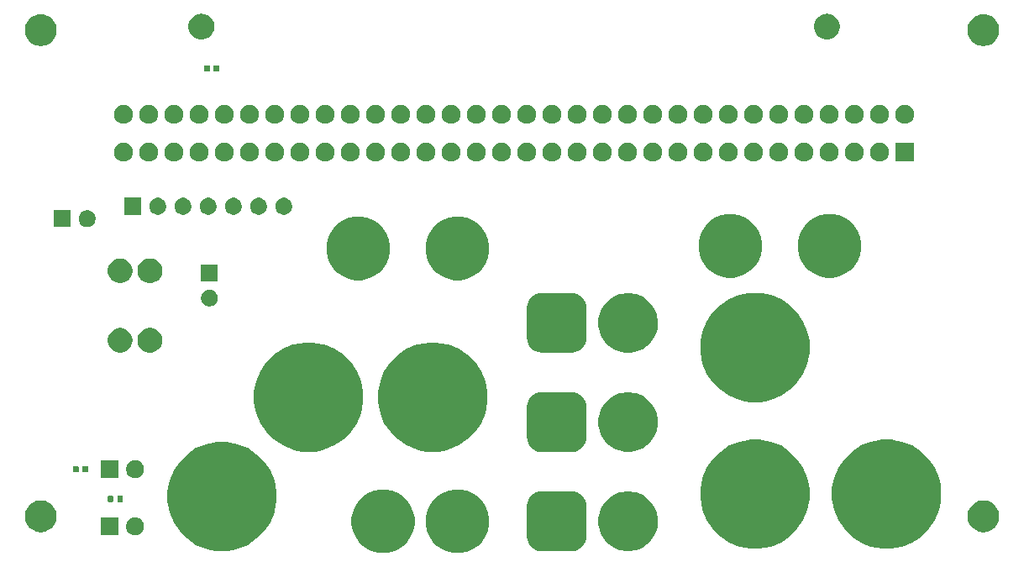
<source format=gbr>
G04 #@! TF.GenerationSoftware,KiCad,Pcbnew,(5.1.6)-1*
G04 #@! TF.CreationDate,2020-09-29T23:02:07-04:00*
G04 #@! TF.ProjectId,HP_power_supply_breakout,48505f70-6f77-4657-925f-737570706c79,rev?*
G04 #@! TF.SameCoordinates,Original*
G04 #@! TF.FileFunction,Soldermask,Top*
G04 #@! TF.FilePolarity,Negative*
%FSLAX46Y46*%
G04 Gerber Fmt 4.6, Leading zero omitted, Abs format (unit mm)*
G04 Created by KiCad (PCBNEW (5.1.6)-1) date 2020-09-29 23:02:07*
%MOMM*%
%LPD*%
G01*
G04 APERTURE LIST*
%ADD10C,0.100000*%
G04 APERTURE END LIST*
D10*
G36*
X-4566596Y-21922974D02*
G01*
X-3984230Y-22164197D01*
X-3460121Y-22514396D01*
X-3014396Y-22960121D01*
X-2664197Y-23484230D01*
X-2422974Y-24066596D01*
X-2300000Y-24684826D01*
X-2300000Y-25315174D01*
X-2422974Y-25933404D01*
X-2664197Y-26515770D01*
X-3014396Y-27039879D01*
X-3460121Y-27485604D01*
X-3984230Y-27835803D01*
X-4566596Y-28077026D01*
X-5184826Y-28200000D01*
X-5815174Y-28200000D01*
X-6433404Y-28077026D01*
X-7015770Y-27835803D01*
X-7539879Y-27485604D01*
X-7985604Y-27039879D01*
X-8335803Y-26515770D01*
X-8577026Y-25933404D01*
X-8700000Y-25315174D01*
X-8700000Y-24684826D01*
X-8577026Y-24066596D01*
X-8335803Y-23484230D01*
X-7985604Y-22960121D01*
X-7539879Y-22514396D01*
X-7015770Y-22164197D01*
X-6433404Y-21922974D01*
X-5815174Y-21800000D01*
X-5184826Y-21800000D01*
X-4566596Y-21922974D01*
G37*
G36*
X-12066596Y-21922974D02*
G01*
X-11484230Y-22164197D01*
X-10960121Y-22514396D01*
X-10514396Y-22960121D01*
X-10164197Y-23484230D01*
X-9922974Y-24066596D01*
X-9800000Y-24684826D01*
X-9800000Y-25315174D01*
X-9922974Y-25933404D01*
X-10164197Y-26515770D01*
X-10514396Y-27039879D01*
X-10960121Y-27485604D01*
X-11484230Y-27835803D01*
X-12066596Y-28077026D01*
X-12684826Y-28200000D01*
X-13315174Y-28200000D01*
X-13933404Y-28077026D01*
X-14515770Y-27835803D01*
X-15039879Y-27485604D01*
X-15485604Y-27039879D01*
X-15835803Y-26515770D01*
X-16077026Y-25933404D01*
X-16200000Y-25315174D01*
X-16200000Y-24684826D01*
X-16077026Y-24066596D01*
X-15835803Y-23484230D01*
X-15485604Y-22960121D01*
X-15039879Y-22514396D01*
X-14515770Y-22164197D01*
X-13933404Y-21922974D01*
X-13315174Y-21800000D01*
X-12684826Y-21800000D01*
X-12066596Y-21922974D01*
G37*
G36*
X12246842Y-22050000D02*
G01*
X12575068Y-22115288D01*
X13121033Y-22341434D01*
X13612389Y-22669748D01*
X14030252Y-23087611D01*
X14358566Y-23578967D01*
X14584712Y-24124932D01*
X14584712Y-24124934D01*
X14700000Y-24704524D01*
X14700000Y-25295476D01*
X14647766Y-25558075D01*
X14584712Y-25875068D01*
X14358566Y-26421033D01*
X14030252Y-26912389D01*
X13612389Y-27330252D01*
X13121033Y-27658566D01*
X12575068Y-27884712D01*
X12285271Y-27942356D01*
X11995476Y-28000000D01*
X11404524Y-28000000D01*
X11114729Y-27942356D01*
X10824932Y-27884712D01*
X10278967Y-27658566D01*
X9787611Y-27330252D01*
X9369748Y-26912389D01*
X9041434Y-26421033D01*
X8815288Y-25875068D01*
X8752234Y-25558075D01*
X8700000Y-25295476D01*
X8700000Y-24704524D01*
X8815288Y-24124934D01*
X8815288Y-24124932D01*
X9041434Y-23578967D01*
X9369748Y-23087611D01*
X9787611Y-22669748D01*
X10278967Y-22341434D01*
X10824932Y-22115288D01*
X11153158Y-22050000D01*
X11404524Y-22000000D01*
X11995476Y-22000000D01*
X12246842Y-22050000D01*
G37*
G36*
X6316728Y-22028531D02*
G01*
X6592434Y-22112165D01*
X6846524Y-22247979D01*
X7069242Y-22430758D01*
X7252021Y-22653476D01*
X7387835Y-22907566D01*
X7471469Y-23183272D01*
X7500000Y-23472947D01*
X7500000Y-26527053D01*
X7471469Y-26816728D01*
X7387835Y-27092434D01*
X7252021Y-27346524D01*
X7069242Y-27569242D01*
X6846524Y-27752021D01*
X6592434Y-27887835D01*
X6316728Y-27971469D01*
X6027053Y-28000000D01*
X2972947Y-28000000D01*
X2683272Y-27971469D01*
X2407566Y-27887835D01*
X2153476Y-27752021D01*
X1930758Y-27569242D01*
X1747979Y-27346524D01*
X1612165Y-27092434D01*
X1528531Y-26816728D01*
X1500000Y-26527053D01*
X1500000Y-23472947D01*
X1528531Y-23183272D01*
X1612165Y-22907566D01*
X1747979Y-22653476D01*
X1930758Y-22430758D01*
X2153476Y-22247979D01*
X2407566Y-22112165D01*
X2683272Y-22028531D01*
X2972947Y-22000000D01*
X6027053Y-22000000D01*
X6316728Y-22028531D01*
G37*
G36*
X-28418189Y-17057706D02*
G01*
X-27645709Y-17211362D01*
X-26644773Y-17625963D01*
X-25743954Y-18227871D01*
X-24977871Y-18993954D01*
X-24375963Y-19894773D01*
X-23961362Y-20895709D01*
X-23961362Y-20895711D01*
X-23750000Y-21958296D01*
X-23750000Y-23041704D01*
X-23809801Y-23342341D01*
X-23961362Y-24104291D01*
X-24375963Y-25105227D01*
X-24977871Y-26006046D01*
X-25743954Y-26772129D01*
X-26644773Y-27374037D01*
X-27645709Y-27788638D01*
X-28134271Y-27885819D01*
X-28708296Y-28000000D01*
X-29791704Y-28000000D01*
X-30365729Y-27885819D01*
X-30854291Y-27788638D01*
X-31855227Y-27374037D01*
X-32756046Y-26772129D01*
X-33522129Y-26006046D01*
X-34124037Y-25105227D01*
X-34538638Y-24104291D01*
X-34690199Y-23342341D01*
X-34750000Y-23041704D01*
X-34750000Y-21958296D01*
X-34538638Y-20895711D01*
X-34538638Y-20895709D01*
X-34124037Y-19894773D01*
X-33522129Y-18993954D01*
X-32756046Y-18227871D01*
X-31855227Y-17625963D01*
X-30854291Y-17211362D01*
X-30081811Y-17057706D01*
X-29791704Y-17000000D01*
X-28708296Y-17000000D01*
X-28418189Y-17057706D01*
G37*
G36*
X38506044Y-16792635D02*
G01*
X39354291Y-16961362D01*
X40355227Y-17375963D01*
X41256046Y-17977871D01*
X42022129Y-18743954D01*
X42624037Y-19644773D01*
X43038638Y-20645709D01*
X43179546Y-21354101D01*
X43250000Y-21708296D01*
X43250000Y-22791704D01*
X43196877Y-23058772D01*
X43038638Y-23854291D01*
X42624037Y-24855227D01*
X42022129Y-25756046D01*
X41256046Y-26522129D01*
X40355227Y-27124037D01*
X39354291Y-27538638D01*
X38645899Y-27679546D01*
X38291704Y-27750000D01*
X37208296Y-27750000D01*
X36854101Y-27679546D01*
X36145709Y-27538638D01*
X35144773Y-27124037D01*
X34243954Y-26522129D01*
X33477871Y-25756046D01*
X32875963Y-24855227D01*
X32461362Y-23854291D01*
X32303123Y-23058772D01*
X32250000Y-22791704D01*
X32250000Y-21708296D01*
X32320454Y-21354101D01*
X32461362Y-20645709D01*
X32875963Y-19644773D01*
X33477871Y-18743954D01*
X34243954Y-17977871D01*
X35144773Y-17375963D01*
X36145709Y-16961362D01*
X36993956Y-16792635D01*
X37208296Y-16750000D01*
X38291704Y-16750000D01*
X38506044Y-16792635D01*
G37*
G36*
X25256044Y-16792635D02*
G01*
X26104291Y-16961362D01*
X27105227Y-17375963D01*
X28006046Y-17977871D01*
X28772129Y-18743954D01*
X29374037Y-19644773D01*
X29788638Y-20645709D01*
X29929546Y-21354101D01*
X30000000Y-21708296D01*
X30000000Y-22791704D01*
X29946877Y-23058772D01*
X29788638Y-23854291D01*
X29374037Y-24855227D01*
X28772129Y-25756046D01*
X28006046Y-26522129D01*
X27105227Y-27124037D01*
X26104291Y-27538638D01*
X25395899Y-27679546D01*
X25041704Y-27750000D01*
X23958296Y-27750000D01*
X23604101Y-27679546D01*
X22895709Y-27538638D01*
X21894773Y-27124037D01*
X20993954Y-26522129D01*
X20227871Y-25756046D01*
X19625963Y-24855227D01*
X19211362Y-23854291D01*
X19053123Y-23058772D01*
X19000000Y-22791704D01*
X19000000Y-21708296D01*
X19070454Y-21354101D01*
X19211362Y-20645709D01*
X19625963Y-19644773D01*
X20227871Y-18743954D01*
X20993954Y-17977871D01*
X21894773Y-17375963D01*
X22895709Y-16961362D01*
X23743956Y-16792635D01*
X23958296Y-16750000D01*
X25041704Y-16750000D01*
X25256044Y-16792635D01*
G37*
G36*
X-37824419Y-24617293D02*
G01*
X-37737480Y-24634586D01*
X-37605389Y-24689300D01*
X-37573688Y-24702431D01*
X-37570556Y-24704524D01*
X-37426283Y-24800924D01*
X-37300924Y-24926283D01*
X-37202430Y-25073690D01*
X-37134586Y-25237480D01*
X-37123050Y-25295476D01*
X-37100000Y-25411356D01*
X-37100000Y-25588644D01*
X-37117293Y-25675581D01*
X-37134586Y-25762520D01*
X-37202430Y-25926310D01*
X-37202431Y-25926312D01*
X-37213110Y-25942294D01*
X-37300924Y-26073717D01*
X-37426283Y-26199076D01*
X-37493128Y-26243740D01*
X-37573688Y-26297569D01*
X-37573689Y-26297570D01*
X-37573690Y-26297570D01*
X-37737480Y-26365414D01*
X-37824419Y-26382707D01*
X-37911356Y-26400000D01*
X-38088644Y-26400000D01*
X-38175581Y-26382707D01*
X-38262520Y-26365414D01*
X-38426310Y-26297570D01*
X-38426311Y-26297570D01*
X-38426312Y-26297569D01*
X-38506872Y-26243740D01*
X-38573717Y-26199076D01*
X-38699076Y-26073717D01*
X-38786890Y-25942294D01*
X-38797569Y-25926312D01*
X-38797570Y-25926310D01*
X-38865414Y-25762520D01*
X-38882707Y-25675581D01*
X-38900000Y-25588644D01*
X-38900000Y-25411356D01*
X-38876950Y-25295476D01*
X-38865414Y-25237480D01*
X-38797570Y-25073690D01*
X-38699076Y-24926283D01*
X-38573717Y-24800924D01*
X-38429444Y-24704524D01*
X-38426312Y-24702431D01*
X-38394611Y-24689300D01*
X-38262520Y-24634586D01*
X-38175581Y-24617293D01*
X-38088644Y-24600000D01*
X-37911356Y-24600000D01*
X-37824419Y-24617293D01*
G37*
G36*
X-39640000Y-26400000D02*
G01*
X-41440000Y-26400000D01*
X-41440000Y-24600000D01*
X-39640000Y-24600000D01*
X-39640000Y-26400000D01*
G37*
G36*
X47788172Y-22925975D02*
G01*
X47966703Y-22961487D01*
X48257884Y-23082098D01*
X48519941Y-23257199D01*
X48742801Y-23480059D01*
X48917902Y-23742116D01*
X49038513Y-24033297D01*
X49056740Y-24124932D01*
X49100000Y-24342412D01*
X49100000Y-24657588D01*
X49076042Y-24778030D01*
X49038513Y-24966703D01*
X48917902Y-25257884D01*
X48742801Y-25519941D01*
X48519941Y-25742801D01*
X48257884Y-25917902D01*
X47966703Y-26038513D01*
X47812144Y-26069257D01*
X47657588Y-26100000D01*
X47342412Y-26100000D01*
X47187855Y-26069256D01*
X47033297Y-26038513D01*
X46742116Y-25917902D01*
X46480059Y-25742801D01*
X46257199Y-25519941D01*
X46082098Y-25257884D01*
X45961487Y-24966703D01*
X45923958Y-24778030D01*
X45900000Y-24657588D01*
X45900000Y-24342412D01*
X45943260Y-24124932D01*
X45961487Y-24033297D01*
X46082098Y-23742116D01*
X46257199Y-23480059D01*
X46480059Y-23257199D01*
X46742116Y-23082098D01*
X47033297Y-22961487D01*
X47211828Y-22925975D01*
X47342412Y-22900000D01*
X47657588Y-22900000D01*
X47788172Y-22925975D01*
G37*
G36*
X-47211828Y-22925975D02*
G01*
X-47033297Y-22961487D01*
X-46742116Y-23082098D01*
X-46480059Y-23257199D01*
X-46257199Y-23480059D01*
X-46082098Y-23742116D01*
X-45961487Y-24033297D01*
X-45943260Y-24124932D01*
X-45900000Y-24342412D01*
X-45900000Y-24657588D01*
X-45923958Y-24778030D01*
X-45961487Y-24966703D01*
X-46082098Y-25257884D01*
X-46257199Y-25519941D01*
X-46480059Y-25742801D01*
X-46742116Y-25917902D01*
X-47033297Y-26038513D01*
X-47187855Y-26069256D01*
X-47342412Y-26100000D01*
X-47657588Y-26100000D01*
X-47812144Y-26069257D01*
X-47966703Y-26038513D01*
X-48257884Y-25917902D01*
X-48519941Y-25742801D01*
X-48742801Y-25519941D01*
X-48917902Y-25257884D01*
X-49038513Y-24966703D01*
X-49076042Y-24778030D01*
X-49100000Y-24657588D01*
X-49100000Y-24342412D01*
X-49056740Y-24124932D01*
X-49038513Y-24033297D01*
X-48917902Y-23742116D01*
X-48742801Y-23480059D01*
X-48519941Y-23257199D01*
X-48257884Y-23082098D01*
X-47966703Y-22961487D01*
X-47788172Y-22925975D01*
X-47657588Y-22900000D01*
X-47342412Y-22900000D01*
X-47211828Y-22925975D01*
G37*
G36*
X-40269633Y-22432543D02*
G01*
X-40247645Y-22439212D01*
X-40227380Y-22450045D01*
X-40209620Y-22464620D01*
X-40195045Y-22482380D01*
X-40184212Y-22502645D01*
X-40177543Y-22524633D01*
X-40175000Y-22550448D01*
X-40175000Y-22949552D01*
X-40177543Y-22975367D01*
X-40184212Y-22997355D01*
X-40195045Y-23017620D01*
X-40209620Y-23035380D01*
X-40227380Y-23049955D01*
X-40247645Y-23060788D01*
X-40269633Y-23067457D01*
X-40295448Y-23070000D01*
X-40644552Y-23070000D01*
X-40670367Y-23067457D01*
X-40692355Y-23060788D01*
X-40712620Y-23049955D01*
X-40730380Y-23035380D01*
X-40744955Y-23017620D01*
X-40755788Y-22997355D01*
X-40762457Y-22975367D01*
X-40765000Y-22949552D01*
X-40765000Y-22550448D01*
X-40762457Y-22524633D01*
X-40755788Y-22502645D01*
X-40744955Y-22482380D01*
X-40730380Y-22464620D01*
X-40712620Y-22450045D01*
X-40692355Y-22439212D01*
X-40670367Y-22432543D01*
X-40644552Y-22430000D01*
X-40295448Y-22430000D01*
X-40269633Y-22432543D01*
G37*
G36*
X-39299633Y-22432543D02*
G01*
X-39277645Y-22439212D01*
X-39257380Y-22450045D01*
X-39239620Y-22464620D01*
X-39225045Y-22482380D01*
X-39214212Y-22502645D01*
X-39207543Y-22524633D01*
X-39205000Y-22550448D01*
X-39205000Y-22949552D01*
X-39207543Y-22975367D01*
X-39214212Y-22997355D01*
X-39225045Y-23017620D01*
X-39239620Y-23035380D01*
X-39257380Y-23049955D01*
X-39277645Y-23060788D01*
X-39299633Y-23067457D01*
X-39325448Y-23070000D01*
X-39674552Y-23070000D01*
X-39700367Y-23067457D01*
X-39722355Y-23060788D01*
X-39742620Y-23049955D01*
X-39760380Y-23035380D01*
X-39774955Y-23017620D01*
X-39785788Y-22997355D01*
X-39792457Y-22975367D01*
X-39795000Y-22949552D01*
X-39795000Y-22550448D01*
X-39792457Y-22524633D01*
X-39785788Y-22502645D01*
X-39774955Y-22482380D01*
X-39760380Y-22464620D01*
X-39742620Y-22450045D01*
X-39722355Y-22439212D01*
X-39700367Y-22432543D01*
X-39674552Y-22430000D01*
X-39325448Y-22430000D01*
X-39299633Y-22432543D01*
G37*
G36*
X-37824419Y-18867293D02*
G01*
X-37737480Y-18884586D01*
X-37573690Y-18952430D01*
X-37573688Y-18952431D01*
X-37541936Y-18973647D01*
X-37426283Y-19050924D01*
X-37300924Y-19176283D01*
X-37202430Y-19323690D01*
X-37134586Y-19487480D01*
X-37124867Y-19536340D01*
X-37108722Y-19617506D01*
X-37100000Y-19661358D01*
X-37100000Y-19838642D01*
X-37134586Y-20012520D01*
X-37202430Y-20176310D01*
X-37300924Y-20323717D01*
X-37426283Y-20449076D01*
X-37499986Y-20498323D01*
X-37573688Y-20547569D01*
X-37573689Y-20547570D01*
X-37573690Y-20547570D01*
X-37737480Y-20615414D01*
X-37824419Y-20632707D01*
X-37911356Y-20650000D01*
X-38088644Y-20650000D01*
X-38175581Y-20632707D01*
X-38262520Y-20615414D01*
X-38426310Y-20547570D01*
X-38426311Y-20547570D01*
X-38426312Y-20547569D01*
X-38500014Y-20498323D01*
X-38573717Y-20449076D01*
X-38699076Y-20323717D01*
X-38797570Y-20176310D01*
X-38865414Y-20012520D01*
X-38900000Y-19838642D01*
X-38900000Y-19661358D01*
X-38891277Y-19617506D01*
X-38875133Y-19536340D01*
X-38865414Y-19487480D01*
X-38797570Y-19323690D01*
X-38699076Y-19176283D01*
X-38573717Y-19050924D01*
X-38458064Y-18973647D01*
X-38426312Y-18952431D01*
X-38426310Y-18952430D01*
X-38262520Y-18884586D01*
X-38175581Y-18867293D01*
X-38088644Y-18850000D01*
X-37911356Y-18850000D01*
X-37824419Y-18867293D01*
G37*
G36*
X-39640000Y-20650000D02*
G01*
X-41440000Y-20650000D01*
X-41440000Y-18850000D01*
X-39640000Y-18850000D01*
X-39640000Y-20650000D01*
G37*
G36*
X-43769633Y-19432543D02*
G01*
X-43747645Y-19439212D01*
X-43727380Y-19450045D01*
X-43709620Y-19464620D01*
X-43695045Y-19482380D01*
X-43684212Y-19502645D01*
X-43677543Y-19524633D01*
X-43675000Y-19550448D01*
X-43675000Y-19949552D01*
X-43677543Y-19975367D01*
X-43684212Y-19997355D01*
X-43695045Y-20017620D01*
X-43709620Y-20035380D01*
X-43727380Y-20049955D01*
X-43747645Y-20060788D01*
X-43769633Y-20067457D01*
X-43795448Y-20070000D01*
X-44144552Y-20070000D01*
X-44170367Y-20067457D01*
X-44192355Y-20060788D01*
X-44212620Y-20049955D01*
X-44230380Y-20035380D01*
X-44244955Y-20017620D01*
X-44255788Y-19997355D01*
X-44262457Y-19975367D01*
X-44265000Y-19949552D01*
X-44265000Y-19550448D01*
X-44262457Y-19524633D01*
X-44255788Y-19502645D01*
X-44244955Y-19482380D01*
X-44230380Y-19464620D01*
X-44212620Y-19450045D01*
X-44192355Y-19439212D01*
X-44170367Y-19432543D01*
X-44144552Y-19430000D01*
X-43795448Y-19430000D01*
X-43769633Y-19432543D01*
G37*
G36*
X-42799633Y-19432543D02*
G01*
X-42777645Y-19439212D01*
X-42757380Y-19450045D01*
X-42739620Y-19464620D01*
X-42725045Y-19482380D01*
X-42714212Y-19502645D01*
X-42707543Y-19524633D01*
X-42705000Y-19550448D01*
X-42705000Y-19949552D01*
X-42707543Y-19975367D01*
X-42714212Y-19997355D01*
X-42725045Y-20017620D01*
X-42739620Y-20035380D01*
X-42757380Y-20049955D01*
X-42777645Y-20060788D01*
X-42799633Y-20067457D01*
X-42825448Y-20070000D01*
X-43174552Y-20070000D01*
X-43200367Y-20067457D01*
X-43222355Y-20060788D01*
X-43242620Y-20049955D01*
X-43260380Y-20035380D01*
X-43274955Y-20017620D01*
X-43285788Y-19997355D01*
X-43292457Y-19975367D01*
X-43295000Y-19949552D01*
X-43295000Y-19550448D01*
X-43292457Y-19524633D01*
X-43285788Y-19502645D01*
X-43274955Y-19482380D01*
X-43260380Y-19464620D01*
X-43242620Y-19450045D01*
X-43222355Y-19439212D01*
X-43200367Y-19432543D01*
X-43174552Y-19430000D01*
X-42825448Y-19430000D01*
X-42799633Y-19432543D01*
G37*
G36*
X12246842Y-12050000D02*
G01*
X12575068Y-12115288D01*
X13121033Y-12341434D01*
X13612389Y-12669748D01*
X14030252Y-13087611D01*
X14358566Y-13578967D01*
X14584712Y-14124932D01*
X14700000Y-14704526D01*
X14700000Y-15295474D01*
X14584712Y-15875068D01*
X14358566Y-16421033D01*
X14030252Y-16912389D01*
X13612389Y-17330252D01*
X13121033Y-17658566D01*
X12575068Y-17884712D01*
X12285583Y-17942294D01*
X11995476Y-18000000D01*
X11404524Y-18000000D01*
X11114417Y-17942294D01*
X10824932Y-17884712D01*
X10278967Y-17658566D01*
X9787611Y-17330252D01*
X9369748Y-16912389D01*
X9041434Y-16421033D01*
X8815288Y-15875068D01*
X8700000Y-15295474D01*
X8700000Y-14704526D01*
X8815288Y-14124932D01*
X9041434Y-13578967D01*
X9369748Y-13087611D01*
X9787611Y-12669748D01*
X10278967Y-12341434D01*
X10824932Y-12115288D01*
X11153158Y-12050000D01*
X11404524Y-12000000D01*
X11995476Y-12000000D01*
X12246842Y-12050000D01*
G37*
G36*
X-19706930Y-7050000D02*
G01*
X-18895709Y-7211362D01*
X-17894773Y-7625963D01*
X-16993954Y-8227871D01*
X-16227871Y-8993954D01*
X-15625963Y-9894773D01*
X-15211362Y-10895709D01*
X-15000000Y-11958297D01*
X-15000000Y-13041703D01*
X-15211362Y-14104291D01*
X-15625963Y-15105227D01*
X-16227871Y-16006046D01*
X-16993954Y-16772129D01*
X-17894773Y-17374037D01*
X-18895709Y-17788638D01*
X-19384271Y-17885819D01*
X-19958296Y-18000000D01*
X-21041704Y-18000000D01*
X-21615729Y-17885819D01*
X-22104291Y-17788638D01*
X-23105227Y-17374037D01*
X-24006046Y-16772129D01*
X-24772129Y-16006046D01*
X-25374037Y-15105227D01*
X-25788638Y-14104291D01*
X-26000000Y-13041703D01*
X-26000000Y-11958297D01*
X-25788638Y-10895709D01*
X-25374037Y-9894773D01*
X-24772129Y-8993954D01*
X-24006046Y-8227871D01*
X-23105227Y-7625963D01*
X-22104291Y-7211362D01*
X-21293070Y-7050000D01*
X-21041704Y-7000000D01*
X-19958296Y-7000000D01*
X-19706930Y-7050000D01*
G37*
G36*
X-7206930Y-7050000D02*
G01*
X-6395709Y-7211362D01*
X-5394773Y-7625963D01*
X-4493954Y-8227871D01*
X-3727871Y-8993954D01*
X-3125963Y-9894773D01*
X-2711362Y-10895709D01*
X-2500000Y-11958297D01*
X-2500000Y-13041703D01*
X-2711362Y-14104291D01*
X-3125963Y-15105227D01*
X-3727871Y-16006046D01*
X-4493954Y-16772129D01*
X-5394773Y-17374037D01*
X-6395709Y-17788638D01*
X-6884271Y-17885819D01*
X-7458296Y-18000000D01*
X-8541704Y-18000000D01*
X-9115729Y-17885819D01*
X-9604291Y-17788638D01*
X-10605227Y-17374037D01*
X-11506046Y-16772129D01*
X-12272129Y-16006046D01*
X-12874037Y-15105227D01*
X-13288638Y-14104291D01*
X-13500000Y-13041703D01*
X-13500000Y-11958297D01*
X-13288638Y-10895709D01*
X-12874037Y-9894773D01*
X-12272129Y-8993954D01*
X-11506046Y-8227871D01*
X-10605227Y-7625963D01*
X-9604291Y-7211362D01*
X-8793070Y-7050000D01*
X-8541704Y-7000000D01*
X-7458296Y-7000000D01*
X-7206930Y-7050000D01*
G37*
G36*
X6316728Y-12028531D02*
G01*
X6592434Y-12112165D01*
X6846524Y-12247979D01*
X7069242Y-12430758D01*
X7252021Y-12653476D01*
X7387835Y-12907566D01*
X7471469Y-13183272D01*
X7500000Y-13472947D01*
X7500000Y-16527053D01*
X7471469Y-16816728D01*
X7387835Y-17092434D01*
X7252021Y-17346524D01*
X7069242Y-17569242D01*
X6846524Y-17752021D01*
X6592434Y-17887835D01*
X6316728Y-17971469D01*
X6027053Y-18000000D01*
X2972947Y-18000000D01*
X2683272Y-17971469D01*
X2407566Y-17887835D01*
X2153476Y-17752021D01*
X1930758Y-17569242D01*
X1747979Y-17346524D01*
X1612165Y-17092434D01*
X1528531Y-16816728D01*
X1500000Y-16527053D01*
X1500000Y-13472947D01*
X1528531Y-13183272D01*
X1612165Y-12907566D01*
X1747979Y-12653476D01*
X1930758Y-12430758D01*
X2153476Y-12247979D01*
X2407566Y-12112165D01*
X2683272Y-12028531D01*
X2972947Y-12000000D01*
X6027053Y-12000000D01*
X6316728Y-12028531D01*
G37*
G36*
X25186601Y-2028822D02*
G01*
X26104291Y-2211362D01*
X27105227Y-2625963D01*
X28006046Y-3227871D01*
X28772129Y-3993954D01*
X29374037Y-4894773D01*
X29788638Y-5895709D01*
X29886041Y-6385389D01*
X29983057Y-6873116D01*
X30000000Y-6958297D01*
X30000000Y-8041703D01*
X29788638Y-9104291D01*
X29374037Y-10105227D01*
X28772129Y-11006046D01*
X28006046Y-11772129D01*
X27105227Y-12374037D01*
X26104291Y-12788638D01*
X25506400Y-12907566D01*
X25041704Y-13000000D01*
X23958296Y-13000000D01*
X23493600Y-12907566D01*
X22895709Y-12788638D01*
X21894773Y-12374037D01*
X20993954Y-11772129D01*
X20227871Y-11006046D01*
X19625963Y-10105227D01*
X19211362Y-9104291D01*
X19000000Y-8041703D01*
X19000000Y-6958297D01*
X19016944Y-6873116D01*
X19113959Y-6385389D01*
X19211362Y-5895709D01*
X19625963Y-4894773D01*
X20227871Y-3993954D01*
X20993954Y-3227871D01*
X21894773Y-2625963D01*
X22895709Y-2211362D01*
X23813399Y-2028822D01*
X23958296Y-2000000D01*
X25041704Y-2000000D01*
X25186601Y-2028822D01*
G37*
G36*
X-36135390Y-5548036D02*
G01*
X-35907902Y-5642265D01*
X-35703173Y-5779060D01*
X-35529060Y-5953173D01*
X-35392265Y-6157902D01*
X-35298036Y-6385390D01*
X-35250000Y-6626884D01*
X-35250000Y-6873116D01*
X-35298036Y-7114610D01*
X-35392265Y-7342098D01*
X-35529060Y-7546827D01*
X-35703173Y-7720940D01*
X-35907902Y-7857735D01*
X-36135390Y-7951964D01*
X-36376884Y-8000000D01*
X-36623116Y-8000000D01*
X-36864610Y-7951964D01*
X-37092098Y-7857735D01*
X-37296827Y-7720940D01*
X-37470940Y-7546827D01*
X-37607735Y-7342098D01*
X-37701964Y-7114610D01*
X-37750000Y-6873116D01*
X-37750000Y-6626884D01*
X-37701964Y-6385390D01*
X-37607735Y-6157902D01*
X-37470940Y-5953173D01*
X-37296827Y-5779060D01*
X-37092098Y-5642265D01*
X-36864610Y-5548036D01*
X-36623116Y-5500000D01*
X-36376884Y-5500000D01*
X-36135390Y-5548036D01*
G37*
G36*
X-39135390Y-5548036D02*
G01*
X-38907902Y-5642265D01*
X-38703173Y-5779060D01*
X-38529060Y-5953173D01*
X-38392265Y-6157902D01*
X-38298036Y-6385390D01*
X-38250000Y-6626884D01*
X-38250000Y-6873116D01*
X-38298036Y-7114610D01*
X-38392265Y-7342098D01*
X-38529060Y-7546827D01*
X-38703173Y-7720940D01*
X-38907902Y-7857735D01*
X-39135390Y-7951964D01*
X-39376884Y-8000000D01*
X-39623116Y-8000000D01*
X-39864610Y-7951964D01*
X-40092098Y-7857735D01*
X-40296827Y-7720940D01*
X-40470940Y-7546827D01*
X-40607735Y-7342098D01*
X-40701964Y-7114610D01*
X-40750000Y-6873116D01*
X-40750000Y-6626884D01*
X-40701964Y-6385390D01*
X-40607735Y-6157902D01*
X-40470940Y-5953173D01*
X-40296827Y-5779060D01*
X-40092098Y-5642265D01*
X-39864610Y-5548036D01*
X-39623116Y-5500000D01*
X-39376884Y-5500000D01*
X-39135390Y-5548036D01*
G37*
G36*
X12285271Y-2057644D02*
G01*
X12575068Y-2115288D01*
X13121033Y-2341434D01*
X13612389Y-2669748D01*
X14030252Y-3087611D01*
X14358566Y-3578967D01*
X14584712Y-4124932D01*
X14616815Y-4286327D01*
X14700000Y-4704524D01*
X14700000Y-5295476D01*
X14649762Y-5548037D01*
X14584712Y-5875068D01*
X14358566Y-6421033D01*
X14030252Y-6912389D01*
X13612389Y-7330252D01*
X13121033Y-7658566D01*
X12575068Y-7884712D01*
X12333785Y-7932706D01*
X11995476Y-8000000D01*
X11404524Y-8000000D01*
X11066215Y-7932706D01*
X10824932Y-7884712D01*
X10278967Y-7658566D01*
X9787611Y-7330252D01*
X9369748Y-6912389D01*
X9041434Y-6421033D01*
X8815288Y-5875068D01*
X8750238Y-5548037D01*
X8700000Y-5295476D01*
X8700000Y-4704524D01*
X8783185Y-4286327D01*
X8815288Y-4124932D01*
X9041434Y-3578967D01*
X9369748Y-3087611D01*
X9787611Y-2669748D01*
X10278967Y-2341434D01*
X10824932Y-2115288D01*
X11114729Y-2057644D01*
X11404524Y-2000000D01*
X11995476Y-2000000D01*
X12285271Y-2057644D01*
G37*
G36*
X6316728Y-2028531D02*
G01*
X6592434Y-2112165D01*
X6846524Y-2247979D01*
X7069242Y-2430758D01*
X7252021Y-2653476D01*
X7387835Y-2907566D01*
X7471469Y-3183272D01*
X7500000Y-3472947D01*
X7500000Y-6527053D01*
X7471469Y-6816728D01*
X7387835Y-7092434D01*
X7252021Y-7346524D01*
X7069242Y-7569242D01*
X6846524Y-7752021D01*
X6592434Y-7887835D01*
X6316728Y-7971469D01*
X6027053Y-8000000D01*
X2972947Y-8000000D01*
X2683272Y-7971469D01*
X2407566Y-7887835D01*
X2153476Y-7752021D01*
X1930758Y-7569242D01*
X1747979Y-7346524D01*
X1612165Y-7092434D01*
X1528531Y-6816728D01*
X1500000Y-6527053D01*
X1500000Y-3472947D01*
X1528531Y-3183272D01*
X1612165Y-2907566D01*
X1747979Y-2653476D01*
X1930758Y-2430758D01*
X2153476Y-2247979D01*
X2407566Y-2112165D01*
X2683272Y-2028531D01*
X2972947Y-2000000D01*
X6027053Y-2000000D01*
X6316728Y-2028531D01*
G37*
G36*
X-30252064Y-1682665D02*
G01*
X-30097374Y-1746739D01*
X-30027924Y-1793145D01*
X-29958156Y-1839762D01*
X-29839762Y-1958156D01*
X-29811803Y-2000000D01*
X-29746739Y-2097374D01*
X-29682665Y-2252064D01*
X-29650000Y-2416282D01*
X-29650000Y-2583718D01*
X-29682665Y-2747936D01*
X-29746739Y-2902626D01*
X-29762341Y-2925975D01*
X-29839762Y-3041844D01*
X-29958156Y-3160238D01*
X-30027924Y-3206855D01*
X-30097374Y-3253261D01*
X-30252064Y-3317335D01*
X-30416282Y-3350000D01*
X-30583718Y-3350000D01*
X-30747936Y-3317335D01*
X-30902626Y-3253261D01*
X-30972076Y-3206855D01*
X-31041844Y-3160238D01*
X-31160238Y-3041844D01*
X-31237659Y-2925975D01*
X-31253261Y-2902626D01*
X-31317335Y-2747936D01*
X-31350000Y-2583718D01*
X-31350000Y-2416282D01*
X-31317335Y-2252064D01*
X-31253261Y-2097374D01*
X-31188197Y-2000000D01*
X-31160238Y-1958156D01*
X-31041844Y-1839762D01*
X-30972076Y-1793145D01*
X-30902626Y-1746739D01*
X-30747936Y-1682665D01*
X-30583718Y-1650000D01*
X-30416282Y-1650000D01*
X-30252064Y-1682665D01*
G37*
G36*
X-39135390Y1451964D02*
G01*
X-38907902Y1357735D01*
X-38703173Y1220940D01*
X-38529060Y1046827D01*
X-38392265Y842098D01*
X-38298036Y614610D01*
X-38250000Y373116D01*
X-38250000Y126884D01*
X-38298036Y-114610D01*
X-38392265Y-342098D01*
X-38529060Y-546827D01*
X-38703173Y-720940D01*
X-38907902Y-857735D01*
X-39135390Y-951964D01*
X-39376884Y-1000000D01*
X-39623116Y-1000000D01*
X-39864610Y-951964D01*
X-40092098Y-857735D01*
X-40296827Y-720940D01*
X-40470940Y-546827D01*
X-40607735Y-342098D01*
X-40701964Y-114610D01*
X-40750000Y126884D01*
X-40750000Y373116D01*
X-40701964Y614610D01*
X-40607735Y842098D01*
X-40470940Y1046827D01*
X-40296827Y1220940D01*
X-40092098Y1357735D01*
X-39864610Y1451964D01*
X-39623116Y1500000D01*
X-39376884Y1500000D01*
X-39135390Y1451964D01*
G37*
G36*
X-36135390Y1451964D02*
G01*
X-35907902Y1357735D01*
X-35703173Y1220940D01*
X-35529060Y1046827D01*
X-35392265Y842098D01*
X-35298036Y614610D01*
X-35250000Y373116D01*
X-35250000Y126884D01*
X-35298036Y-114610D01*
X-35392265Y-342098D01*
X-35529060Y-546827D01*
X-35703173Y-720940D01*
X-35907902Y-857735D01*
X-36135390Y-951964D01*
X-36376884Y-1000000D01*
X-36623116Y-1000000D01*
X-36864610Y-951964D01*
X-37092098Y-857735D01*
X-37296827Y-720940D01*
X-37470940Y-546827D01*
X-37607735Y-342098D01*
X-37701964Y-114610D01*
X-37750000Y126884D01*
X-37750000Y373116D01*
X-37701964Y614610D01*
X-37607735Y842098D01*
X-37470940Y1046827D01*
X-37296827Y1220940D01*
X-37092098Y1357735D01*
X-36864610Y1451964D01*
X-36623116Y1500000D01*
X-36376884Y1500000D01*
X-36135390Y1451964D01*
G37*
G36*
X-29650000Y-810000D02*
G01*
X-31350000Y-810000D01*
X-31350000Y890000D01*
X-29650000Y890000D01*
X-29650000Y-810000D01*
G37*
G36*
X-4566596Y5577026D02*
G01*
X-3984230Y5335803D01*
X-3460121Y4985604D01*
X-3014396Y4539879D01*
X-2664197Y4015770D01*
X-2422974Y3433404D01*
X-2300000Y2815174D01*
X-2300000Y2184826D01*
X-2422974Y1566596D01*
X-2664197Y984230D01*
X-3014396Y460121D01*
X-3460121Y14396D01*
X-3984230Y-335803D01*
X-4566596Y-577026D01*
X-5184826Y-700000D01*
X-5815174Y-700000D01*
X-6433404Y-577026D01*
X-7015770Y-335803D01*
X-7539879Y14396D01*
X-7985604Y460121D01*
X-8335803Y984230D01*
X-8577026Y1566596D01*
X-8700000Y2184826D01*
X-8700000Y2815174D01*
X-8577026Y3433404D01*
X-8335803Y4015770D01*
X-7985604Y4539879D01*
X-7539879Y4985604D01*
X-7015770Y5335803D01*
X-6433404Y5577026D01*
X-5815174Y5700000D01*
X-5184826Y5700000D01*
X-4566596Y5577026D01*
G37*
G36*
X-14566596Y5577026D02*
G01*
X-13984230Y5335803D01*
X-13460121Y4985604D01*
X-13014396Y4539879D01*
X-12664197Y4015770D01*
X-12422974Y3433404D01*
X-12300000Y2815174D01*
X-12300000Y2184826D01*
X-12422974Y1566596D01*
X-12664197Y984230D01*
X-13014396Y460121D01*
X-13460121Y14396D01*
X-13984230Y-335803D01*
X-14566596Y-577026D01*
X-15184826Y-700000D01*
X-15815174Y-700000D01*
X-16433404Y-577026D01*
X-17015770Y-335803D01*
X-17539879Y14396D01*
X-17985604Y460121D01*
X-18335803Y984230D01*
X-18577026Y1566596D01*
X-18700000Y2184826D01*
X-18700000Y2815174D01*
X-18577026Y3433404D01*
X-18335803Y4015770D01*
X-17985604Y4539879D01*
X-17539879Y4985604D01*
X-17015770Y5335803D01*
X-16433404Y5577026D01*
X-15815174Y5700000D01*
X-15184826Y5700000D01*
X-14566596Y5577026D01*
G37*
G36*
X32933404Y5827026D02*
G01*
X33515770Y5585803D01*
X34039879Y5235604D01*
X34485604Y4789879D01*
X34835803Y4265770D01*
X35077026Y3683404D01*
X35200000Y3065174D01*
X35200000Y2434826D01*
X35077026Y1816596D01*
X34835803Y1234230D01*
X34485604Y710121D01*
X34039879Y264396D01*
X33515770Y-85803D01*
X32933404Y-327026D01*
X32315174Y-450000D01*
X31684826Y-450000D01*
X31066596Y-327026D01*
X30484230Y-85803D01*
X29960121Y264396D01*
X29514396Y710121D01*
X29164197Y1234230D01*
X28922974Y1816596D01*
X28800000Y2434826D01*
X28800000Y3065174D01*
X28922974Y3683404D01*
X29164197Y4265770D01*
X29514396Y4789879D01*
X29960121Y5235604D01*
X30484230Y5585803D01*
X31066596Y5827026D01*
X31684826Y5950000D01*
X32315174Y5950000D01*
X32933404Y5827026D01*
G37*
G36*
X22933404Y5827026D02*
G01*
X23515770Y5585803D01*
X24039879Y5235604D01*
X24485604Y4789879D01*
X24835803Y4265770D01*
X25077026Y3683404D01*
X25200000Y3065174D01*
X25200000Y2434826D01*
X25077026Y1816596D01*
X24835803Y1234230D01*
X24485604Y710121D01*
X24039879Y264396D01*
X23515770Y-85803D01*
X22933404Y-327026D01*
X22315174Y-450000D01*
X21684826Y-450000D01*
X21066596Y-327026D01*
X20484230Y-85803D01*
X19960121Y264396D01*
X19514396Y710121D01*
X19164197Y1234230D01*
X18922974Y1816596D01*
X18800000Y2434826D01*
X18800000Y3065174D01*
X18922974Y3683404D01*
X19164197Y4265770D01*
X19514396Y4789879D01*
X19960121Y5235604D01*
X20484230Y5585803D01*
X21066596Y5827026D01*
X21684826Y5950000D01*
X22315174Y5950000D01*
X22933404Y5827026D01*
G37*
G36*
X-44515000Y4650000D02*
G01*
X-46215000Y4650000D01*
X-46215000Y6350000D01*
X-44515000Y6350000D01*
X-44515000Y4650000D01*
G37*
G36*
X-42577064Y6317335D02*
G01*
X-42422374Y6253261D01*
X-42354875Y6208159D01*
X-42283156Y6160238D01*
X-42164762Y6041844D01*
X-42134625Y5996740D01*
X-42071739Y5902626D01*
X-42007665Y5747936D01*
X-41975000Y5583718D01*
X-41975000Y5416282D01*
X-42007665Y5252064D01*
X-42071739Y5097374D01*
X-42114537Y5033324D01*
X-42164762Y4958156D01*
X-42283156Y4839762D01*
X-42340373Y4801531D01*
X-42422374Y4746739D01*
X-42530286Y4702041D01*
X-42577064Y4682665D01*
X-42741282Y4650000D01*
X-42908718Y4650000D01*
X-43072936Y4682665D01*
X-43119714Y4702041D01*
X-43227626Y4746739D01*
X-43309627Y4801531D01*
X-43366844Y4839762D01*
X-43485238Y4958156D01*
X-43535463Y5033324D01*
X-43578261Y5097374D01*
X-43642335Y5252064D01*
X-43675000Y5416282D01*
X-43675000Y5583718D01*
X-43642335Y5747936D01*
X-43578261Y5902626D01*
X-43515375Y5996740D01*
X-43485238Y6041844D01*
X-43366844Y6160238D01*
X-43295125Y6208159D01*
X-43227626Y6253261D01*
X-43072936Y6317335D01*
X-42908718Y6350000D01*
X-42741282Y6350000D01*
X-42577064Y6317335D01*
G37*
G36*
X-32922064Y7567335D02*
G01*
X-32767374Y7503261D01*
X-32697924Y7456855D01*
X-32628156Y7410238D01*
X-32509762Y7291844D01*
X-32463145Y7222076D01*
X-32416739Y7152626D01*
X-32352665Y6997936D01*
X-32320000Y6833718D01*
X-32320000Y6666282D01*
X-32352665Y6502064D01*
X-32416739Y6347374D01*
X-32436811Y6317335D01*
X-32509762Y6208156D01*
X-32628156Y6089762D01*
X-32697924Y6043145D01*
X-32767374Y5996739D01*
X-32922064Y5932665D01*
X-33086282Y5900000D01*
X-33253718Y5900000D01*
X-33417936Y5932665D01*
X-33572626Y5996739D01*
X-33642076Y6043145D01*
X-33711844Y6089762D01*
X-33830238Y6208156D01*
X-33903189Y6317335D01*
X-33923261Y6347374D01*
X-33987335Y6502064D01*
X-34020000Y6666282D01*
X-34020000Y6833718D01*
X-33987335Y6997936D01*
X-33923261Y7152626D01*
X-33876855Y7222076D01*
X-33830238Y7291844D01*
X-33711844Y7410238D01*
X-33642076Y7456855D01*
X-33572626Y7503261D01*
X-33417936Y7567335D01*
X-33253718Y7600000D01*
X-33086282Y7600000D01*
X-32922064Y7567335D01*
G37*
G36*
X-37400000Y5900000D02*
G01*
X-39100000Y5900000D01*
X-39100000Y7600000D01*
X-37400000Y7600000D01*
X-37400000Y5900000D01*
G37*
G36*
X-35462064Y7567335D02*
G01*
X-35307374Y7503261D01*
X-35237924Y7456855D01*
X-35168156Y7410238D01*
X-35049762Y7291844D01*
X-35003145Y7222076D01*
X-34956739Y7152626D01*
X-34892665Y6997936D01*
X-34860000Y6833718D01*
X-34860000Y6666282D01*
X-34892665Y6502064D01*
X-34956739Y6347374D01*
X-34976811Y6317335D01*
X-35049762Y6208156D01*
X-35168156Y6089762D01*
X-35237924Y6043145D01*
X-35307374Y5996739D01*
X-35462064Y5932665D01*
X-35626282Y5900000D01*
X-35793718Y5900000D01*
X-35957936Y5932665D01*
X-36112626Y5996739D01*
X-36182076Y6043145D01*
X-36251844Y6089762D01*
X-36370238Y6208156D01*
X-36443189Y6317335D01*
X-36463261Y6347374D01*
X-36527335Y6502064D01*
X-36560000Y6666282D01*
X-36560000Y6833718D01*
X-36527335Y6997936D01*
X-36463261Y7152626D01*
X-36416855Y7222076D01*
X-36370238Y7291844D01*
X-36251844Y7410238D01*
X-36182076Y7456855D01*
X-36112626Y7503261D01*
X-35957936Y7567335D01*
X-35793718Y7600000D01*
X-35626282Y7600000D01*
X-35462064Y7567335D01*
G37*
G36*
X-27842064Y7567335D02*
G01*
X-27687374Y7503261D01*
X-27617924Y7456855D01*
X-27548156Y7410238D01*
X-27429762Y7291844D01*
X-27383145Y7222076D01*
X-27336739Y7152626D01*
X-27272665Y6997936D01*
X-27240000Y6833718D01*
X-27240000Y6666282D01*
X-27272665Y6502064D01*
X-27336739Y6347374D01*
X-27356811Y6317335D01*
X-27429762Y6208156D01*
X-27548156Y6089762D01*
X-27617924Y6043145D01*
X-27687374Y5996739D01*
X-27842064Y5932665D01*
X-28006282Y5900000D01*
X-28173718Y5900000D01*
X-28337936Y5932665D01*
X-28492626Y5996739D01*
X-28562076Y6043145D01*
X-28631844Y6089762D01*
X-28750238Y6208156D01*
X-28823189Y6317335D01*
X-28843261Y6347374D01*
X-28907335Y6502064D01*
X-28940000Y6666282D01*
X-28940000Y6833718D01*
X-28907335Y6997936D01*
X-28843261Y7152626D01*
X-28796855Y7222076D01*
X-28750238Y7291844D01*
X-28631844Y7410238D01*
X-28562076Y7456855D01*
X-28492626Y7503261D01*
X-28337936Y7567335D01*
X-28173718Y7600000D01*
X-28006282Y7600000D01*
X-27842064Y7567335D01*
G37*
G36*
X-25302064Y7567335D02*
G01*
X-25147374Y7503261D01*
X-25077924Y7456855D01*
X-25008156Y7410238D01*
X-24889762Y7291844D01*
X-24843145Y7222076D01*
X-24796739Y7152626D01*
X-24732665Y6997936D01*
X-24700000Y6833718D01*
X-24700000Y6666282D01*
X-24732665Y6502064D01*
X-24796739Y6347374D01*
X-24816811Y6317335D01*
X-24889762Y6208156D01*
X-25008156Y6089762D01*
X-25077924Y6043145D01*
X-25147374Y5996739D01*
X-25302064Y5932665D01*
X-25466282Y5900000D01*
X-25633718Y5900000D01*
X-25797936Y5932665D01*
X-25952626Y5996739D01*
X-26022076Y6043145D01*
X-26091844Y6089762D01*
X-26210238Y6208156D01*
X-26283189Y6317335D01*
X-26303261Y6347374D01*
X-26367335Y6502064D01*
X-26400000Y6666282D01*
X-26400000Y6833718D01*
X-26367335Y6997936D01*
X-26303261Y7152626D01*
X-26256855Y7222076D01*
X-26210238Y7291844D01*
X-26091844Y7410238D01*
X-26022076Y7456855D01*
X-25952626Y7503261D01*
X-25797936Y7567335D01*
X-25633718Y7600000D01*
X-25466282Y7600000D01*
X-25302064Y7567335D01*
G37*
G36*
X-30382064Y7567335D02*
G01*
X-30227374Y7503261D01*
X-30157924Y7456855D01*
X-30088156Y7410238D01*
X-29969762Y7291844D01*
X-29923145Y7222076D01*
X-29876739Y7152626D01*
X-29812665Y6997936D01*
X-29780000Y6833718D01*
X-29780000Y6666282D01*
X-29812665Y6502064D01*
X-29876739Y6347374D01*
X-29896811Y6317335D01*
X-29969762Y6208156D01*
X-30088156Y6089762D01*
X-30157924Y6043145D01*
X-30227374Y5996739D01*
X-30382064Y5932665D01*
X-30546282Y5900000D01*
X-30713718Y5900000D01*
X-30877936Y5932665D01*
X-31032626Y5996739D01*
X-31102076Y6043145D01*
X-31171844Y6089762D01*
X-31290238Y6208156D01*
X-31363189Y6317335D01*
X-31383261Y6347374D01*
X-31447335Y6502064D01*
X-31480000Y6666282D01*
X-31480000Y6833718D01*
X-31447335Y6997936D01*
X-31383261Y7152626D01*
X-31336855Y7222076D01*
X-31290238Y7291844D01*
X-31171844Y7410238D01*
X-31102076Y7456855D01*
X-31032626Y7503261D01*
X-30877936Y7567335D01*
X-30713718Y7600000D01*
X-30546282Y7600000D01*
X-30382064Y7567335D01*
G37*
G36*
X-22762064Y7567335D02*
G01*
X-22607374Y7503261D01*
X-22537924Y7456855D01*
X-22468156Y7410238D01*
X-22349762Y7291844D01*
X-22303145Y7222076D01*
X-22256739Y7152626D01*
X-22192665Y6997936D01*
X-22160000Y6833718D01*
X-22160000Y6666282D01*
X-22192665Y6502064D01*
X-22256739Y6347374D01*
X-22276811Y6317335D01*
X-22349762Y6208156D01*
X-22468156Y6089762D01*
X-22537924Y6043145D01*
X-22607374Y5996739D01*
X-22762064Y5932665D01*
X-22926282Y5900000D01*
X-23093718Y5900000D01*
X-23257936Y5932665D01*
X-23412626Y5996739D01*
X-23482076Y6043145D01*
X-23551844Y6089762D01*
X-23670238Y6208156D01*
X-23743189Y6317335D01*
X-23763261Y6347374D01*
X-23827335Y6502064D01*
X-23860000Y6666282D01*
X-23860000Y6833718D01*
X-23827335Y6997936D01*
X-23763261Y7152626D01*
X-23716855Y7222076D01*
X-23670238Y7291844D01*
X-23551844Y7410238D01*
X-23482076Y7456855D01*
X-23412626Y7503261D01*
X-23257936Y7567335D01*
X-23093718Y7600000D01*
X-22926282Y7600000D01*
X-22762064Y7567335D01*
G37*
G36*
X14457105Y13108492D02*
G01*
X14629994Y13036880D01*
X14746425Y12959082D01*
X14785590Y12932913D01*
X14917913Y12800590D01*
X14917914Y12800588D01*
X15021880Y12644994D01*
X15093492Y12472105D01*
X15130000Y12288567D01*
X15130000Y12101433D01*
X15093492Y11917895D01*
X15021880Y11745006D01*
X14944082Y11628575D01*
X14917913Y11589410D01*
X14785590Y11457087D01*
X14746425Y11430918D01*
X14629994Y11353120D01*
X14457105Y11281508D01*
X14273567Y11245000D01*
X14086433Y11245000D01*
X13902895Y11281508D01*
X13730006Y11353120D01*
X13613575Y11430918D01*
X13574410Y11457087D01*
X13442087Y11589410D01*
X13415918Y11628575D01*
X13338120Y11745006D01*
X13266508Y11917895D01*
X13230000Y12101433D01*
X13230000Y12288567D01*
X13266508Y12472105D01*
X13338120Y12644994D01*
X13442086Y12800588D01*
X13442087Y12800590D01*
X13574410Y12932913D01*
X13613575Y12959082D01*
X13730006Y13036880D01*
X13902895Y13108492D01*
X14086433Y13145000D01*
X14273567Y13145000D01*
X14457105Y13108492D01*
G37*
G36*
X11917105Y13108492D02*
G01*
X12089994Y13036880D01*
X12206425Y12959082D01*
X12245590Y12932913D01*
X12377913Y12800590D01*
X12377914Y12800588D01*
X12481880Y12644994D01*
X12553492Y12472105D01*
X12590000Y12288567D01*
X12590000Y12101433D01*
X12553492Y11917895D01*
X12481880Y11745006D01*
X12404082Y11628575D01*
X12377913Y11589410D01*
X12245590Y11457087D01*
X12206425Y11430918D01*
X12089994Y11353120D01*
X11917105Y11281508D01*
X11733567Y11245000D01*
X11546433Y11245000D01*
X11362895Y11281508D01*
X11190006Y11353120D01*
X11073575Y11430918D01*
X11034410Y11457087D01*
X10902087Y11589410D01*
X10875918Y11628575D01*
X10798120Y11745006D01*
X10726508Y11917895D01*
X10690000Y12101433D01*
X10690000Y12288567D01*
X10726508Y12472105D01*
X10798120Y12644994D01*
X10902086Y12800588D01*
X10902087Y12800590D01*
X11034410Y12932913D01*
X11073575Y12959082D01*
X11190006Y13036880D01*
X11362895Y13108492D01*
X11546433Y13145000D01*
X11733567Y13145000D01*
X11917105Y13108492D01*
G37*
G36*
X24617105Y13108492D02*
G01*
X24789994Y13036880D01*
X24906425Y12959082D01*
X24945590Y12932913D01*
X25077913Y12800590D01*
X25077914Y12800588D01*
X25181880Y12644994D01*
X25253492Y12472105D01*
X25290000Y12288567D01*
X25290000Y12101433D01*
X25253492Y11917895D01*
X25181880Y11745006D01*
X25104082Y11628575D01*
X25077913Y11589410D01*
X24945590Y11457087D01*
X24906425Y11430918D01*
X24789994Y11353120D01*
X24617105Y11281508D01*
X24433567Y11245000D01*
X24246433Y11245000D01*
X24062895Y11281508D01*
X23890006Y11353120D01*
X23773575Y11430918D01*
X23734410Y11457087D01*
X23602087Y11589410D01*
X23575918Y11628575D01*
X23498120Y11745006D01*
X23426508Y11917895D01*
X23390000Y12101433D01*
X23390000Y12288567D01*
X23426508Y12472105D01*
X23498120Y12644994D01*
X23602086Y12800588D01*
X23602087Y12800590D01*
X23734410Y12932913D01*
X23773575Y12959082D01*
X23890006Y13036880D01*
X24062895Y13108492D01*
X24246433Y13145000D01*
X24433567Y13145000D01*
X24617105Y13108492D01*
G37*
G36*
X9377105Y13108492D02*
G01*
X9549994Y13036880D01*
X9666425Y12959082D01*
X9705590Y12932913D01*
X9837913Y12800590D01*
X9837914Y12800588D01*
X9941880Y12644994D01*
X10013492Y12472105D01*
X10050000Y12288567D01*
X10050000Y12101433D01*
X10013492Y11917895D01*
X9941880Y11745006D01*
X9864082Y11628575D01*
X9837913Y11589410D01*
X9705590Y11457087D01*
X9666425Y11430918D01*
X9549994Y11353120D01*
X9377105Y11281508D01*
X9193567Y11245000D01*
X9006433Y11245000D01*
X8822895Y11281508D01*
X8650006Y11353120D01*
X8533575Y11430918D01*
X8494410Y11457087D01*
X8362087Y11589410D01*
X8335918Y11628575D01*
X8258120Y11745006D01*
X8186508Y11917895D01*
X8150000Y12101433D01*
X8150000Y12288567D01*
X8186508Y12472105D01*
X8258120Y12644994D01*
X8362086Y12800588D01*
X8362087Y12800590D01*
X8494410Y12932913D01*
X8533575Y12959082D01*
X8650006Y13036880D01*
X8822895Y13108492D01*
X9006433Y13145000D01*
X9193567Y13145000D01*
X9377105Y13108492D01*
G37*
G36*
X6837105Y13108492D02*
G01*
X7009994Y13036880D01*
X7126425Y12959082D01*
X7165590Y12932913D01*
X7297913Y12800590D01*
X7297914Y12800588D01*
X7401880Y12644994D01*
X7473492Y12472105D01*
X7510000Y12288567D01*
X7510000Y12101433D01*
X7473492Y11917895D01*
X7401880Y11745006D01*
X7324082Y11628575D01*
X7297913Y11589410D01*
X7165590Y11457087D01*
X7126425Y11430918D01*
X7009994Y11353120D01*
X6837105Y11281508D01*
X6653567Y11245000D01*
X6466433Y11245000D01*
X6282895Y11281508D01*
X6110006Y11353120D01*
X5993575Y11430918D01*
X5954410Y11457087D01*
X5822087Y11589410D01*
X5795918Y11628575D01*
X5718120Y11745006D01*
X5646508Y11917895D01*
X5610000Y12101433D01*
X5610000Y12288567D01*
X5646508Y12472105D01*
X5718120Y12644994D01*
X5822086Y12800588D01*
X5822087Y12800590D01*
X5954410Y12932913D01*
X5993575Y12959082D01*
X6110006Y13036880D01*
X6282895Y13108492D01*
X6466433Y13145000D01*
X6653567Y13145000D01*
X6837105Y13108492D01*
G37*
G36*
X4297105Y13108492D02*
G01*
X4469994Y13036880D01*
X4586425Y12959082D01*
X4625590Y12932913D01*
X4757913Y12800590D01*
X4757914Y12800588D01*
X4861880Y12644994D01*
X4933492Y12472105D01*
X4970000Y12288567D01*
X4970000Y12101433D01*
X4933492Y11917895D01*
X4861880Y11745006D01*
X4784082Y11628575D01*
X4757913Y11589410D01*
X4625590Y11457087D01*
X4586425Y11430918D01*
X4469994Y11353120D01*
X4297105Y11281508D01*
X4113567Y11245000D01*
X3926433Y11245000D01*
X3742895Y11281508D01*
X3570006Y11353120D01*
X3453575Y11430918D01*
X3414410Y11457087D01*
X3282087Y11589410D01*
X3255918Y11628575D01*
X3178120Y11745006D01*
X3106508Y11917895D01*
X3070000Y12101433D01*
X3070000Y12288567D01*
X3106508Y12472105D01*
X3178120Y12644994D01*
X3282086Y12800588D01*
X3282087Y12800590D01*
X3414410Y12932913D01*
X3453575Y12959082D01*
X3570006Y13036880D01*
X3742895Y13108492D01*
X3926433Y13145000D01*
X4113567Y13145000D01*
X4297105Y13108492D01*
G37*
G36*
X1757105Y13108492D02*
G01*
X1929994Y13036880D01*
X2046425Y12959082D01*
X2085590Y12932913D01*
X2217913Y12800590D01*
X2217914Y12800588D01*
X2321880Y12644994D01*
X2393492Y12472105D01*
X2430000Y12288567D01*
X2430000Y12101433D01*
X2393492Y11917895D01*
X2321880Y11745006D01*
X2244082Y11628575D01*
X2217913Y11589410D01*
X2085590Y11457087D01*
X2046425Y11430918D01*
X1929994Y11353120D01*
X1757105Y11281508D01*
X1573567Y11245000D01*
X1386433Y11245000D01*
X1202895Y11281508D01*
X1030006Y11353120D01*
X913575Y11430918D01*
X874410Y11457087D01*
X742087Y11589410D01*
X715918Y11628575D01*
X638120Y11745006D01*
X566508Y11917895D01*
X530000Y12101433D01*
X530000Y12288567D01*
X566508Y12472105D01*
X638120Y12644994D01*
X742086Y12800588D01*
X742087Y12800590D01*
X874410Y12932913D01*
X913575Y12959082D01*
X1030006Y13036880D01*
X1202895Y13108492D01*
X1386433Y13145000D01*
X1573567Y13145000D01*
X1757105Y13108492D01*
G37*
G36*
X-18562895Y13108492D02*
G01*
X-18390006Y13036880D01*
X-18273575Y12959082D01*
X-18234410Y12932913D01*
X-18102087Y12800590D01*
X-18102086Y12800588D01*
X-17998120Y12644994D01*
X-17926508Y12472105D01*
X-17890000Y12288567D01*
X-17890000Y12101433D01*
X-17926508Y11917895D01*
X-17998120Y11745006D01*
X-18075918Y11628575D01*
X-18102087Y11589410D01*
X-18234410Y11457087D01*
X-18273575Y11430918D01*
X-18390006Y11353120D01*
X-18562895Y11281508D01*
X-18746433Y11245000D01*
X-18933567Y11245000D01*
X-19117105Y11281508D01*
X-19289994Y11353120D01*
X-19406425Y11430918D01*
X-19445590Y11457087D01*
X-19577913Y11589410D01*
X-19604082Y11628575D01*
X-19681880Y11745006D01*
X-19753492Y11917895D01*
X-19790000Y12101433D01*
X-19790000Y12288567D01*
X-19753492Y12472105D01*
X-19681880Y12644994D01*
X-19577914Y12800588D01*
X-19577913Y12800590D01*
X-19445590Y12932913D01*
X-19406425Y12959082D01*
X-19289994Y13036880D01*
X-19117105Y13108492D01*
X-18933567Y13145000D01*
X-18746433Y13145000D01*
X-18562895Y13108492D01*
G37*
G36*
X-16022895Y13108492D02*
G01*
X-15850006Y13036880D01*
X-15733575Y12959082D01*
X-15694410Y12932913D01*
X-15562087Y12800590D01*
X-15562086Y12800588D01*
X-15458120Y12644994D01*
X-15386508Y12472105D01*
X-15350000Y12288567D01*
X-15350000Y12101433D01*
X-15386508Y11917895D01*
X-15458120Y11745006D01*
X-15535918Y11628575D01*
X-15562087Y11589410D01*
X-15694410Y11457087D01*
X-15733575Y11430918D01*
X-15850006Y11353120D01*
X-16022895Y11281508D01*
X-16206433Y11245000D01*
X-16393567Y11245000D01*
X-16577105Y11281508D01*
X-16749994Y11353120D01*
X-16866425Y11430918D01*
X-16905590Y11457087D01*
X-17037913Y11589410D01*
X-17064082Y11628575D01*
X-17141880Y11745006D01*
X-17213492Y11917895D01*
X-17250000Y12101433D01*
X-17250000Y12288567D01*
X-17213492Y12472105D01*
X-17141880Y12644994D01*
X-17037914Y12800588D01*
X-17037913Y12800590D01*
X-16905590Y12932913D01*
X-16866425Y12959082D01*
X-16749994Y13036880D01*
X-16577105Y13108492D01*
X-16393567Y13145000D01*
X-16206433Y13145000D01*
X-16022895Y13108492D01*
G37*
G36*
X-21102895Y13108492D02*
G01*
X-20930006Y13036880D01*
X-20813575Y12959082D01*
X-20774410Y12932913D01*
X-20642087Y12800590D01*
X-20642086Y12800588D01*
X-20538120Y12644994D01*
X-20466508Y12472105D01*
X-20430000Y12288567D01*
X-20430000Y12101433D01*
X-20466508Y11917895D01*
X-20538120Y11745006D01*
X-20615918Y11628575D01*
X-20642087Y11589410D01*
X-20774410Y11457087D01*
X-20813575Y11430918D01*
X-20930006Y11353120D01*
X-21102895Y11281508D01*
X-21286433Y11245000D01*
X-21473567Y11245000D01*
X-21657105Y11281508D01*
X-21829994Y11353120D01*
X-21946425Y11430918D01*
X-21985590Y11457087D01*
X-22117913Y11589410D01*
X-22144082Y11628575D01*
X-22221880Y11745006D01*
X-22293492Y11917895D01*
X-22330000Y12101433D01*
X-22330000Y12288567D01*
X-22293492Y12472105D01*
X-22221880Y12644994D01*
X-22117914Y12800588D01*
X-22117913Y12800590D01*
X-21985590Y12932913D01*
X-21946425Y12959082D01*
X-21829994Y13036880D01*
X-21657105Y13108492D01*
X-21473567Y13145000D01*
X-21286433Y13145000D01*
X-21102895Y13108492D01*
G37*
G36*
X-23642895Y13108492D02*
G01*
X-23470006Y13036880D01*
X-23353575Y12959082D01*
X-23314410Y12932913D01*
X-23182087Y12800590D01*
X-23182086Y12800588D01*
X-23078120Y12644994D01*
X-23006508Y12472105D01*
X-22970000Y12288567D01*
X-22970000Y12101433D01*
X-23006508Y11917895D01*
X-23078120Y11745006D01*
X-23155918Y11628575D01*
X-23182087Y11589410D01*
X-23314410Y11457087D01*
X-23353575Y11430918D01*
X-23470006Y11353120D01*
X-23642895Y11281508D01*
X-23826433Y11245000D01*
X-24013567Y11245000D01*
X-24197105Y11281508D01*
X-24369994Y11353120D01*
X-24486425Y11430918D01*
X-24525590Y11457087D01*
X-24657913Y11589410D01*
X-24684082Y11628575D01*
X-24761880Y11745006D01*
X-24833492Y11917895D01*
X-24870000Y12101433D01*
X-24870000Y12288567D01*
X-24833492Y12472105D01*
X-24761880Y12644994D01*
X-24657914Y12800588D01*
X-24657913Y12800590D01*
X-24525590Y12932913D01*
X-24486425Y12959082D01*
X-24369994Y13036880D01*
X-24197105Y13108492D01*
X-24013567Y13145000D01*
X-23826433Y13145000D01*
X-23642895Y13108492D01*
G37*
G36*
X-26182895Y13108492D02*
G01*
X-26010006Y13036880D01*
X-25893575Y12959082D01*
X-25854410Y12932913D01*
X-25722087Y12800590D01*
X-25722086Y12800588D01*
X-25618120Y12644994D01*
X-25546508Y12472105D01*
X-25510000Y12288567D01*
X-25510000Y12101433D01*
X-25546508Y11917895D01*
X-25618120Y11745006D01*
X-25695918Y11628575D01*
X-25722087Y11589410D01*
X-25854410Y11457087D01*
X-25893575Y11430918D01*
X-26010006Y11353120D01*
X-26182895Y11281508D01*
X-26366433Y11245000D01*
X-26553567Y11245000D01*
X-26737105Y11281508D01*
X-26909994Y11353120D01*
X-27026425Y11430918D01*
X-27065590Y11457087D01*
X-27197913Y11589410D01*
X-27224082Y11628575D01*
X-27301880Y11745006D01*
X-27373492Y11917895D01*
X-27410000Y12101433D01*
X-27410000Y12288567D01*
X-27373492Y12472105D01*
X-27301880Y12644994D01*
X-27197914Y12800588D01*
X-27197913Y12800590D01*
X-27065590Y12932913D01*
X-27026425Y12959082D01*
X-26909994Y13036880D01*
X-26737105Y13108492D01*
X-26553567Y13145000D01*
X-26366433Y13145000D01*
X-26182895Y13108492D01*
G37*
G36*
X-28722895Y13108492D02*
G01*
X-28550006Y13036880D01*
X-28433575Y12959082D01*
X-28394410Y12932913D01*
X-28262087Y12800590D01*
X-28262086Y12800588D01*
X-28158120Y12644994D01*
X-28086508Y12472105D01*
X-28050000Y12288567D01*
X-28050000Y12101433D01*
X-28086508Y11917895D01*
X-28158120Y11745006D01*
X-28235918Y11628575D01*
X-28262087Y11589410D01*
X-28394410Y11457087D01*
X-28433575Y11430918D01*
X-28550006Y11353120D01*
X-28722895Y11281508D01*
X-28906433Y11245000D01*
X-29093567Y11245000D01*
X-29277105Y11281508D01*
X-29449994Y11353120D01*
X-29566425Y11430918D01*
X-29605590Y11457087D01*
X-29737913Y11589410D01*
X-29764082Y11628575D01*
X-29841880Y11745006D01*
X-29913492Y11917895D01*
X-29950000Y12101433D01*
X-29950000Y12288567D01*
X-29913492Y12472105D01*
X-29841880Y12644994D01*
X-29737914Y12800588D01*
X-29737913Y12800590D01*
X-29605590Y12932913D01*
X-29566425Y12959082D01*
X-29449994Y13036880D01*
X-29277105Y13108492D01*
X-29093567Y13145000D01*
X-28906433Y13145000D01*
X-28722895Y13108492D01*
G37*
G36*
X-31262895Y13108492D02*
G01*
X-31090006Y13036880D01*
X-30973575Y12959082D01*
X-30934410Y12932913D01*
X-30802087Y12800590D01*
X-30802086Y12800588D01*
X-30698120Y12644994D01*
X-30626508Y12472105D01*
X-30590000Y12288567D01*
X-30590000Y12101433D01*
X-30626508Y11917895D01*
X-30698120Y11745006D01*
X-30775918Y11628575D01*
X-30802087Y11589410D01*
X-30934410Y11457087D01*
X-30973575Y11430918D01*
X-31090006Y11353120D01*
X-31262895Y11281508D01*
X-31446433Y11245000D01*
X-31633567Y11245000D01*
X-31817105Y11281508D01*
X-31989994Y11353120D01*
X-32106425Y11430918D01*
X-32145590Y11457087D01*
X-32277913Y11589410D01*
X-32304082Y11628575D01*
X-32381880Y11745006D01*
X-32453492Y11917895D01*
X-32490000Y12101433D01*
X-32490000Y12288567D01*
X-32453492Y12472105D01*
X-32381880Y12644994D01*
X-32277914Y12800588D01*
X-32277913Y12800590D01*
X-32145590Y12932913D01*
X-32106425Y12959082D01*
X-31989994Y13036880D01*
X-31817105Y13108492D01*
X-31633567Y13145000D01*
X-31446433Y13145000D01*
X-31262895Y13108492D01*
G37*
G36*
X-38882895Y13108492D02*
G01*
X-38710006Y13036880D01*
X-38593575Y12959082D01*
X-38554410Y12932913D01*
X-38422087Y12800590D01*
X-38422086Y12800588D01*
X-38318120Y12644994D01*
X-38246508Y12472105D01*
X-38210000Y12288567D01*
X-38210000Y12101433D01*
X-38246508Y11917895D01*
X-38318120Y11745006D01*
X-38395918Y11628575D01*
X-38422087Y11589410D01*
X-38554410Y11457087D01*
X-38593575Y11430918D01*
X-38710006Y11353120D01*
X-38882895Y11281508D01*
X-39066433Y11245000D01*
X-39253567Y11245000D01*
X-39437105Y11281508D01*
X-39609994Y11353120D01*
X-39726425Y11430918D01*
X-39765590Y11457087D01*
X-39897913Y11589410D01*
X-39924082Y11628575D01*
X-40001880Y11745006D01*
X-40073492Y11917895D01*
X-40110000Y12101433D01*
X-40110000Y12288567D01*
X-40073492Y12472105D01*
X-40001880Y12644994D01*
X-39897914Y12800588D01*
X-39897913Y12800590D01*
X-39765590Y12932913D01*
X-39726425Y12959082D01*
X-39609994Y13036880D01*
X-39437105Y13108492D01*
X-39253567Y13145000D01*
X-39066433Y13145000D01*
X-38882895Y13108492D01*
G37*
G36*
X-33802895Y13108492D02*
G01*
X-33630006Y13036880D01*
X-33513575Y12959082D01*
X-33474410Y12932913D01*
X-33342087Y12800590D01*
X-33342086Y12800588D01*
X-33238120Y12644994D01*
X-33166508Y12472105D01*
X-33130000Y12288567D01*
X-33130000Y12101433D01*
X-33166508Y11917895D01*
X-33238120Y11745006D01*
X-33315918Y11628575D01*
X-33342087Y11589410D01*
X-33474410Y11457087D01*
X-33513575Y11430918D01*
X-33630006Y11353120D01*
X-33802895Y11281508D01*
X-33986433Y11245000D01*
X-34173567Y11245000D01*
X-34357105Y11281508D01*
X-34529994Y11353120D01*
X-34646425Y11430918D01*
X-34685590Y11457087D01*
X-34817913Y11589410D01*
X-34844082Y11628575D01*
X-34921880Y11745006D01*
X-34993492Y11917895D01*
X-35030000Y12101433D01*
X-35030000Y12288567D01*
X-34993492Y12472105D01*
X-34921880Y12644994D01*
X-34817914Y12800588D01*
X-34817913Y12800590D01*
X-34685590Y12932913D01*
X-34646425Y12959082D01*
X-34529994Y13036880D01*
X-34357105Y13108492D01*
X-34173567Y13145000D01*
X-33986433Y13145000D01*
X-33802895Y13108492D01*
G37*
G36*
X-782895Y13108492D02*
G01*
X-610006Y13036880D01*
X-493575Y12959082D01*
X-454410Y12932913D01*
X-322087Y12800590D01*
X-322086Y12800588D01*
X-218120Y12644994D01*
X-146508Y12472105D01*
X-110000Y12288567D01*
X-110000Y12101433D01*
X-146508Y11917895D01*
X-218120Y11745006D01*
X-295918Y11628575D01*
X-322087Y11589410D01*
X-454410Y11457087D01*
X-493575Y11430918D01*
X-610006Y11353120D01*
X-782895Y11281508D01*
X-966433Y11245000D01*
X-1153567Y11245000D01*
X-1337105Y11281508D01*
X-1509994Y11353120D01*
X-1626425Y11430918D01*
X-1665590Y11457087D01*
X-1797913Y11589410D01*
X-1824082Y11628575D01*
X-1901880Y11745006D01*
X-1973492Y11917895D01*
X-2010000Y12101433D01*
X-2010000Y12288567D01*
X-1973492Y12472105D01*
X-1901880Y12644994D01*
X-1797914Y12800588D01*
X-1797913Y12800590D01*
X-1665590Y12932913D01*
X-1626425Y12959082D01*
X-1509994Y13036880D01*
X-1337105Y13108492D01*
X-1153567Y13145000D01*
X-966433Y13145000D01*
X-782895Y13108492D01*
G37*
G36*
X16997105Y13108492D02*
G01*
X17169994Y13036880D01*
X17286425Y12959082D01*
X17325590Y12932913D01*
X17457913Y12800590D01*
X17457914Y12800588D01*
X17561880Y12644994D01*
X17633492Y12472105D01*
X17670000Y12288567D01*
X17670000Y12101433D01*
X17633492Y11917895D01*
X17561880Y11745006D01*
X17484082Y11628575D01*
X17457913Y11589410D01*
X17325590Y11457087D01*
X17286425Y11430918D01*
X17169994Y11353120D01*
X16997105Y11281508D01*
X16813567Y11245000D01*
X16626433Y11245000D01*
X16442895Y11281508D01*
X16270006Y11353120D01*
X16153575Y11430918D01*
X16114410Y11457087D01*
X15982087Y11589410D01*
X15955918Y11628575D01*
X15878120Y11745006D01*
X15806508Y11917895D01*
X15770000Y12101433D01*
X15770000Y12288567D01*
X15806508Y12472105D01*
X15878120Y12644994D01*
X15982086Y12800588D01*
X15982087Y12800590D01*
X16114410Y12932913D01*
X16153575Y12959082D01*
X16270006Y13036880D01*
X16442895Y13108492D01*
X16626433Y13145000D01*
X16813567Y13145000D01*
X16997105Y13108492D01*
G37*
G36*
X-8402895Y13108492D02*
G01*
X-8230006Y13036880D01*
X-8113575Y12959082D01*
X-8074410Y12932913D01*
X-7942087Y12800590D01*
X-7942086Y12800588D01*
X-7838120Y12644994D01*
X-7766508Y12472105D01*
X-7730000Y12288567D01*
X-7730000Y12101433D01*
X-7766508Y11917895D01*
X-7838120Y11745006D01*
X-7915918Y11628575D01*
X-7942087Y11589410D01*
X-8074410Y11457087D01*
X-8113575Y11430918D01*
X-8230006Y11353120D01*
X-8402895Y11281508D01*
X-8586433Y11245000D01*
X-8773567Y11245000D01*
X-8957105Y11281508D01*
X-9129994Y11353120D01*
X-9246425Y11430918D01*
X-9285590Y11457087D01*
X-9417913Y11589410D01*
X-9444082Y11628575D01*
X-9521880Y11745006D01*
X-9593492Y11917895D01*
X-9630000Y12101433D01*
X-9630000Y12288567D01*
X-9593492Y12472105D01*
X-9521880Y12644994D01*
X-9417914Y12800588D01*
X-9417913Y12800590D01*
X-9285590Y12932913D01*
X-9246425Y12959082D01*
X-9129994Y13036880D01*
X-8957105Y13108492D01*
X-8773567Y13145000D01*
X-8586433Y13145000D01*
X-8402895Y13108492D01*
G37*
G36*
X-5862895Y13108492D02*
G01*
X-5690006Y13036880D01*
X-5573575Y12959082D01*
X-5534410Y12932913D01*
X-5402087Y12800590D01*
X-5402086Y12800588D01*
X-5298120Y12644994D01*
X-5226508Y12472105D01*
X-5190000Y12288567D01*
X-5190000Y12101433D01*
X-5226508Y11917895D01*
X-5298120Y11745006D01*
X-5375918Y11628575D01*
X-5402087Y11589410D01*
X-5534410Y11457087D01*
X-5573575Y11430918D01*
X-5690006Y11353120D01*
X-5862895Y11281508D01*
X-6046433Y11245000D01*
X-6233567Y11245000D01*
X-6417105Y11281508D01*
X-6589994Y11353120D01*
X-6706425Y11430918D01*
X-6745590Y11457087D01*
X-6877913Y11589410D01*
X-6904082Y11628575D01*
X-6981880Y11745006D01*
X-7053492Y11917895D01*
X-7090000Y12101433D01*
X-7090000Y12288567D01*
X-7053492Y12472105D01*
X-6981880Y12644994D01*
X-6877914Y12800588D01*
X-6877913Y12800590D01*
X-6745590Y12932913D01*
X-6706425Y12959082D01*
X-6589994Y13036880D01*
X-6417105Y13108492D01*
X-6233567Y13145000D01*
X-6046433Y13145000D01*
X-5862895Y13108492D01*
G37*
G36*
X-3322895Y13108492D02*
G01*
X-3150006Y13036880D01*
X-3033575Y12959082D01*
X-2994410Y12932913D01*
X-2862087Y12800590D01*
X-2862086Y12800588D01*
X-2758120Y12644994D01*
X-2686508Y12472105D01*
X-2650000Y12288567D01*
X-2650000Y12101433D01*
X-2686508Y11917895D01*
X-2758120Y11745006D01*
X-2835918Y11628575D01*
X-2862087Y11589410D01*
X-2994410Y11457087D01*
X-3033575Y11430918D01*
X-3150006Y11353120D01*
X-3322895Y11281508D01*
X-3506433Y11245000D01*
X-3693567Y11245000D01*
X-3877105Y11281508D01*
X-4049994Y11353120D01*
X-4166425Y11430918D01*
X-4205590Y11457087D01*
X-4337913Y11589410D01*
X-4364082Y11628575D01*
X-4441880Y11745006D01*
X-4513492Y11917895D01*
X-4550000Y12101433D01*
X-4550000Y12288567D01*
X-4513492Y12472105D01*
X-4441880Y12644994D01*
X-4337914Y12800588D01*
X-4337913Y12800590D01*
X-4205590Y12932913D01*
X-4166425Y12959082D01*
X-4049994Y13036880D01*
X-3877105Y13108492D01*
X-3693567Y13145000D01*
X-3506433Y13145000D01*
X-3322895Y13108492D01*
G37*
G36*
X-10942895Y13108492D02*
G01*
X-10770006Y13036880D01*
X-10653575Y12959082D01*
X-10614410Y12932913D01*
X-10482087Y12800590D01*
X-10482086Y12800588D01*
X-10378120Y12644994D01*
X-10306508Y12472105D01*
X-10270000Y12288567D01*
X-10270000Y12101433D01*
X-10306508Y11917895D01*
X-10378120Y11745006D01*
X-10455918Y11628575D01*
X-10482087Y11589410D01*
X-10614410Y11457087D01*
X-10653575Y11430918D01*
X-10770006Y11353120D01*
X-10942895Y11281508D01*
X-11126433Y11245000D01*
X-11313567Y11245000D01*
X-11497105Y11281508D01*
X-11669994Y11353120D01*
X-11786425Y11430918D01*
X-11825590Y11457087D01*
X-11957913Y11589410D01*
X-11984082Y11628575D01*
X-12061880Y11745006D01*
X-12133492Y11917895D01*
X-12170000Y12101433D01*
X-12170000Y12288567D01*
X-12133492Y12472105D01*
X-12061880Y12644994D01*
X-11957914Y12800588D01*
X-11957913Y12800590D01*
X-11825590Y12932913D01*
X-11786425Y12959082D01*
X-11669994Y13036880D01*
X-11497105Y13108492D01*
X-11313567Y13145000D01*
X-11126433Y13145000D01*
X-10942895Y13108492D01*
G37*
G36*
X-13482895Y13108492D02*
G01*
X-13310006Y13036880D01*
X-13193575Y12959082D01*
X-13154410Y12932913D01*
X-13022087Y12800590D01*
X-13022086Y12800588D01*
X-12918120Y12644994D01*
X-12846508Y12472105D01*
X-12810000Y12288567D01*
X-12810000Y12101433D01*
X-12846508Y11917895D01*
X-12918120Y11745006D01*
X-12995918Y11628575D01*
X-13022087Y11589410D01*
X-13154410Y11457087D01*
X-13193575Y11430918D01*
X-13310006Y11353120D01*
X-13482895Y11281508D01*
X-13666433Y11245000D01*
X-13853567Y11245000D01*
X-14037105Y11281508D01*
X-14209994Y11353120D01*
X-14326425Y11430918D01*
X-14365590Y11457087D01*
X-14497913Y11589410D01*
X-14524082Y11628575D01*
X-14601880Y11745006D01*
X-14673492Y11917895D01*
X-14710000Y12101433D01*
X-14710000Y12288567D01*
X-14673492Y12472105D01*
X-14601880Y12644994D01*
X-14497914Y12800588D01*
X-14497913Y12800590D01*
X-14365590Y12932913D01*
X-14326425Y12959082D01*
X-14209994Y13036880D01*
X-14037105Y13108492D01*
X-13853567Y13145000D01*
X-13666433Y13145000D01*
X-13482895Y13108492D01*
G37*
G36*
X-36342895Y13108492D02*
G01*
X-36170006Y13036880D01*
X-36053575Y12959082D01*
X-36014410Y12932913D01*
X-35882087Y12800590D01*
X-35882086Y12800588D01*
X-35778120Y12644994D01*
X-35706508Y12472105D01*
X-35670000Y12288567D01*
X-35670000Y12101433D01*
X-35706508Y11917895D01*
X-35778120Y11745006D01*
X-35855918Y11628575D01*
X-35882087Y11589410D01*
X-36014410Y11457087D01*
X-36053575Y11430918D01*
X-36170006Y11353120D01*
X-36342895Y11281508D01*
X-36526433Y11245000D01*
X-36713567Y11245000D01*
X-36897105Y11281508D01*
X-37069994Y11353120D01*
X-37186425Y11430918D01*
X-37225590Y11457087D01*
X-37357913Y11589410D01*
X-37384082Y11628575D01*
X-37461880Y11745006D01*
X-37533492Y11917895D01*
X-37570000Y12101433D01*
X-37570000Y12288567D01*
X-37533492Y12472105D01*
X-37461880Y12644994D01*
X-37357914Y12800588D01*
X-37357913Y12800590D01*
X-37225590Y12932913D01*
X-37186425Y12959082D01*
X-37069994Y13036880D01*
X-36897105Y13108492D01*
X-36713567Y13145000D01*
X-36526433Y13145000D01*
X-36342895Y13108492D01*
G37*
G36*
X19537105Y13108492D02*
G01*
X19709994Y13036880D01*
X19826425Y12959082D01*
X19865590Y12932913D01*
X19997913Y12800590D01*
X19997914Y12800588D01*
X20101880Y12644994D01*
X20173492Y12472105D01*
X20210000Y12288567D01*
X20210000Y12101433D01*
X20173492Y11917895D01*
X20101880Y11745006D01*
X20024082Y11628575D01*
X19997913Y11589410D01*
X19865590Y11457087D01*
X19826425Y11430918D01*
X19709994Y11353120D01*
X19537105Y11281508D01*
X19353567Y11245000D01*
X19166433Y11245000D01*
X18982895Y11281508D01*
X18810006Y11353120D01*
X18693575Y11430918D01*
X18654410Y11457087D01*
X18522087Y11589410D01*
X18495918Y11628575D01*
X18418120Y11745006D01*
X18346508Y11917895D01*
X18310000Y12101433D01*
X18310000Y12288567D01*
X18346508Y12472105D01*
X18418120Y12644994D01*
X18522086Y12800588D01*
X18522087Y12800590D01*
X18654410Y12932913D01*
X18693575Y12959082D01*
X18810006Y13036880D01*
X18982895Y13108492D01*
X19166433Y13145000D01*
X19353567Y13145000D01*
X19537105Y13108492D01*
G37*
G36*
X40530000Y11245000D02*
G01*
X38630000Y11245000D01*
X38630000Y13145000D01*
X40530000Y13145000D01*
X40530000Y11245000D01*
G37*
G36*
X37317105Y13108492D02*
G01*
X37489994Y13036880D01*
X37606425Y12959082D01*
X37645590Y12932913D01*
X37777913Y12800590D01*
X37777914Y12800588D01*
X37881880Y12644994D01*
X37953492Y12472105D01*
X37990000Y12288567D01*
X37990000Y12101433D01*
X37953492Y11917895D01*
X37881880Y11745006D01*
X37804082Y11628575D01*
X37777913Y11589410D01*
X37645590Y11457087D01*
X37606425Y11430918D01*
X37489994Y11353120D01*
X37317105Y11281508D01*
X37133567Y11245000D01*
X36946433Y11245000D01*
X36762895Y11281508D01*
X36590006Y11353120D01*
X36473575Y11430918D01*
X36434410Y11457087D01*
X36302087Y11589410D01*
X36275918Y11628575D01*
X36198120Y11745006D01*
X36126508Y11917895D01*
X36090000Y12101433D01*
X36090000Y12288567D01*
X36126508Y12472105D01*
X36198120Y12644994D01*
X36302086Y12800588D01*
X36302087Y12800590D01*
X36434410Y12932913D01*
X36473575Y12959082D01*
X36590006Y13036880D01*
X36762895Y13108492D01*
X36946433Y13145000D01*
X37133567Y13145000D01*
X37317105Y13108492D01*
G37*
G36*
X34777105Y13108492D02*
G01*
X34949994Y13036880D01*
X35066425Y12959082D01*
X35105590Y12932913D01*
X35237913Y12800590D01*
X35237914Y12800588D01*
X35341880Y12644994D01*
X35413492Y12472105D01*
X35450000Y12288567D01*
X35450000Y12101433D01*
X35413492Y11917895D01*
X35341880Y11745006D01*
X35264082Y11628575D01*
X35237913Y11589410D01*
X35105590Y11457087D01*
X35066425Y11430918D01*
X34949994Y11353120D01*
X34777105Y11281508D01*
X34593567Y11245000D01*
X34406433Y11245000D01*
X34222895Y11281508D01*
X34050006Y11353120D01*
X33933575Y11430918D01*
X33894410Y11457087D01*
X33762087Y11589410D01*
X33735918Y11628575D01*
X33658120Y11745006D01*
X33586508Y11917895D01*
X33550000Y12101433D01*
X33550000Y12288567D01*
X33586508Y12472105D01*
X33658120Y12644994D01*
X33762086Y12800588D01*
X33762087Y12800590D01*
X33894410Y12932913D01*
X33933575Y12959082D01*
X34050006Y13036880D01*
X34222895Y13108492D01*
X34406433Y13145000D01*
X34593567Y13145000D01*
X34777105Y13108492D01*
G37*
G36*
X32237105Y13108492D02*
G01*
X32409994Y13036880D01*
X32526425Y12959082D01*
X32565590Y12932913D01*
X32697913Y12800590D01*
X32697914Y12800588D01*
X32801880Y12644994D01*
X32873492Y12472105D01*
X32910000Y12288567D01*
X32910000Y12101433D01*
X32873492Y11917895D01*
X32801880Y11745006D01*
X32724082Y11628575D01*
X32697913Y11589410D01*
X32565590Y11457087D01*
X32526425Y11430918D01*
X32409994Y11353120D01*
X32237105Y11281508D01*
X32053567Y11245000D01*
X31866433Y11245000D01*
X31682895Y11281508D01*
X31510006Y11353120D01*
X31393575Y11430918D01*
X31354410Y11457087D01*
X31222087Y11589410D01*
X31195918Y11628575D01*
X31118120Y11745006D01*
X31046508Y11917895D01*
X31010000Y12101433D01*
X31010000Y12288567D01*
X31046508Y12472105D01*
X31118120Y12644994D01*
X31222086Y12800588D01*
X31222087Y12800590D01*
X31354410Y12932913D01*
X31393575Y12959082D01*
X31510006Y13036880D01*
X31682895Y13108492D01*
X31866433Y13145000D01*
X32053567Y13145000D01*
X32237105Y13108492D01*
G37*
G36*
X29697105Y13108492D02*
G01*
X29869994Y13036880D01*
X29986425Y12959082D01*
X30025590Y12932913D01*
X30157913Y12800590D01*
X30157914Y12800588D01*
X30261880Y12644994D01*
X30333492Y12472105D01*
X30370000Y12288567D01*
X30370000Y12101433D01*
X30333492Y11917895D01*
X30261880Y11745006D01*
X30184082Y11628575D01*
X30157913Y11589410D01*
X30025590Y11457087D01*
X29986425Y11430918D01*
X29869994Y11353120D01*
X29697105Y11281508D01*
X29513567Y11245000D01*
X29326433Y11245000D01*
X29142895Y11281508D01*
X28970006Y11353120D01*
X28853575Y11430918D01*
X28814410Y11457087D01*
X28682087Y11589410D01*
X28655918Y11628575D01*
X28578120Y11745006D01*
X28506508Y11917895D01*
X28470000Y12101433D01*
X28470000Y12288567D01*
X28506508Y12472105D01*
X28578120Y12644994D01*
X28682086Y12800588D01*
X28682087Y12800590D01*
X28814410Y12932913D01*
X28853575Y12959082D01*
X28970006Y13036880D01*
X29142895Y13108492D01*
X29326433Y13145000D01*
X29513567Y13145000D01*
X29697105Y13108492D01*
G37*
G36*
X27157105Y13108492D02*
G01*
X27329994Y13036880D01*
X27446425Y12959082D01*
X27485590Y12932913D01*
X27617913Y12800590D01*
X27617914Y12800588D01*
X27721880Y12644994D01*
X27793492Y12472105D01*
X27830000Y12288567D01*
X27830000Y12101433D01*
X27793492Y11917895D01*
X27721880Y11745006D01*
X27644082Y11628575D01*
X27617913Y11589410D01*
X27485590Y11457087D01*
X27446425Y11430918D01*
X27329994Y11353120D01*
X27157105Y11281508D01*
X26973567Y11245000D01*
X26786433Y11245000D01*
X26602895Y11281508D01*
X26430006Y11353120D01*
X26313575Y11430918D01*
X26274410Y11457087D01*
X26142087Y11589410D01*
X26115918Y11628575D01*
X26038120Y11745006D01*
X25966508Y11917895D01*
X25930000Y12101433D01*
X25930000Y12288567D01*
X25966508Y12472105D01*
X26038120Y12644994D01*
X26142086Y12800588D01*
X26142087Y12800590D01*
X26274410Y12932913D01*
X26313575Y12959082D01*
X26430006Y13036880D01*
X26602895Y13108492D01*
X26786433Y13145000D01*
X26973567Y13145000D01*
X27157105Y13108492D01*
G37*
G36*
X22077105Y13108492D02*
G01*
X22249994Y13036880D01*
X22366425Y12959082D01*
X22405590Y12932913D01*
X22537913Y12800590D01*
X22537914Y12800588D01*
X22641880Y12644994D01*
X22713492Y12472105D01*
X22750000Y12288567D01*
X22750000Y12101433D01*
X22713492Y11917895D01*
X22641880Y11745006D01*
X22564082Y11628575D01*
X22537913Y11589410D01*
X22405590Y11457087D01*
X22366425Y11430918D01*
X22249994Y11353120D01*
X22077105Y11281508D01*
X21893567Y11245000D01*
X21706433Y11245000D01*
X21522895Y11281508D01*
X21350006Y11353120D01*
X21233575Y11430918D01*
X21194410Y11457087D01*
X21062087Y11589410D01*
X21035918Y11628575D01*
X20958120Y11745006D01*
X20886508Y11917895D01*
X20850000Y12101433D01*
X20850000Y12288567D01*
X20886508Y12472105D01*
X20958120Y12644994D01*
X21062086Y12800588D01*
X21062087Y12800590D01*
X21194410Y12932913D01*
X21233575Y12959082D01*
X21350006Y13036880D01*
X21522895Y13108492D01*
X21706433Y13145000D01*
X21893567Y13145000D01*
X22077105Y13108492D01*
G37*
G36*
X27157105Y16918492D02*
G01*
X27329994Y16846880D01*
X27446425Y16769082D01*
X27485590Y16742913D01*
X27617913Y16610590D01*
X27617914Y16610588D01*
X27721880Y16454994D01*
X27793492Y16282105D01*
X27830000Y16098567D01*
X27830000Y15911433D01*
X27793492Y15727895D01*
X27721880Y15555006D01*
X27644082Y15438575D01*
X27617913Y15399410D01*
X27485590Y15267087D01*
X27446425Y15240918D01*
X27329994Y15163120D01*
X27157105Y15091508D01*
X26973567Y15055000D01*
X26786433Y15055000D01*
X26602895Y15091508D01*
X26430006Y15163120D01*
X26313575Y15240918D01*
X26274410Y15267087D01*
X26142087Y15399410D01*
X26115918Y15438575D01*
X26038120Y15555006D01*
X25966508Y15727895D01*
X25930000Y15911433D01*
X25930000Y16098567D01*
X25966508Y16282105D01*
X26038120Y16454994D01*
X26142086Y16610588D01*
X26142087Y16610590D01*
X26274410Y16742913D01*
X26313575Y16769082D01*
X26430006Y16846880D01*
X26602895Y16918492D01*
X26786433Y16955000D01*
X26973567Y16955000D01*
X27157105Y16918492D01*
G37*
G36*
X-13482895Y16918492D02*
G01*
X-13310006Y16846880D01*
X-13193575Y16769082D01*
X-13154410Y16742913D01*
X-13022087Y16610590D01*
X-13022086Y16610588D01*
X-12918120Y16454994D01*
X-12846508Y16282105D01*
X-12810000Y16098567D01*
X-12810000Y15911433D01*
X-12846508Y15727895D01*
X-12918120Y15555006D01*
X-12995918Y15438575D01*
X-13022087Y15399410D01*
X-13154410Y15267087D01*
X-13193575Y15240918D01*
X-13310006Y15163120D01*
X-13482895Y15091508D01*
X-13666433Y15055000D01*
X-13853567Y15055000D01*
X-14037105Y15091508D01*
X-14209994Y15163120D01*
X-14326425Y15240918D01*
X-14365590Y15267087D01*
X-14497913Y15399410D01*
X-14524082Y15438575D01*
X-14601880Y15555006D01*
X-14673492Y15727895D01*
X-14710000Y15911433D01*
X-14710000Y16098567D01*
X-14673492Y16282105D01*
X-14601880Y16454994D01*
X-14497914Y16610588D01*
X-14497913Y16610590D01*
X-14365590Y16742913D01*
X-14326425Y16769082D01*
X-14209994Y16846880D01*
X-14037105Y16918492D01*
X-13853567Y16955000D01*
X-13666433Y16955000D01*
X-13482895Y16918492D01*
G37*
G36*
X-10942895Y16918492D02*
G01*
X-10770006Y16846880D01*
X-10653575Y16769082D01*
X-10614410Y16742913D01*
X-10482087Y16610590D01*
X-10482086Y16610588D01*
X-10378120Y16454994D01*
X-10306508Y16282105D01*
X-10270000Y16098567D01*
X-10270000Y15911433D01*
X-10306508Y15727895D01*
X-10378120Y15555006D01*
X-10455918Y15438575D01*
X-10482087Y15399410D01*
X-10614410Y15267087D01*
X-10653575Y15240918D01*
X-10770006Y15163120D01*
X-10942895Y15091508D01*
X-11126433Y15055000D01*
X-11313567Y15055000D01*
X-11497105Y15091508D01*
X-11669994Y15163120D01*
X-11786425Y15240918D01*
X-11825590Y15267087D01*
X-11957913Y15399410D01*
X-11984082Y15438575D01*
X-12061880Y15555006D01*
X-12133492Y15727895D01*
X-12170000Y15911433D01*
X-12170000Y16098567D01*
X-12133492Y16282105D01*
X-12061880Y16454994D01*
X-11957914Y16610588D01*
X-11957913Y16610590D01*
X-11825590Y16742913D01*
X-11786425Y16769082D01*
X-11669994Y16846880D01*
X-11497105Y16918492D01*
X-11313567Y16955000D01*
X-11126433Y16955000D01*
X-10942895Y16918492D01*
G37*
G36*
X-8402895Y16918492D02*
G01*
X-8230006Y16846880D01*
X-8113575Y16769082D01*
X-8074410Y16742913D01*
X-7942087Y16610590D01*
X-7942086Y16610588D01*
X-7838120Y16454994D01*
X-7766508Y16282105D01*
X-7730000Y16098567D01*
X-7730000Y15911433D01*
X-7766508Y15727895D01*
X-7838120Y15555006D01*
X-7915918Y15438575D01*
X-7942087Y15399410D01*
X-8074410Y15267087D01*
X-8113575Y15240918D01*
X-8230006Y15163120D01*
X-8402895Y15091508D01*
X-8586433Y15055000D01*
X-8773567Y15055000D01*
X-8957105Y15091508D01*
X-9129994Y15163120D01*
X-9246425Y15240918D01*
X-9285590Y15267087D01*
X-9417913Y15399410D01*
X-9444082Y15438575D01*
X-9521880Y15555006D01*
X-9593492Y15727895D01*
X-9630000Y15911433D01*
X-9630000Y16098567D01*
X-9593492Y16282105D01*
X-9521880Y16454994D01*
X-9417914Y16610588D01*
X-9417913Y16610590D01*
X-9285590Y16742913D01*
X-9246425Y16769082D01*
X-9129994Y16846880D01*
X-8957105Y16918492D01*
X-8773567Y16955000D01*
X-8586433Y16955000D01*
X-8402895Y16918492D01*
G37*
G36*
X-16022895Y16918492D02*
G01*
X-15850006Y16846880D01*
X-15733575Y16769082D01*
X-15694410Y16742913D01*
X-15562087Y16610590D01*
X-15562086Y16610588D01*
X-15458120Y16454994D01*
X-15386508Y16282105D01*
X-15350000Y16098567D01*
X-15350000Y15911433D01*
X-15386508Y15727895D01*
X-15458120Y15555006D01*
X-15535918Y15438575D01*
X-15562087Y15399410D01*
X-15694410Y15267087D01*
X-15733575Y15240918D01*
X-15850006Y15163120D01*
X-16022895Y15091508D01*
X-16206433Y15055000D01*
X-16393567Y15055000D01*
X-16577105Y15091508D01*
X-16749994Y15163120D01*
X-16866425Y15240918D01*
X-16905590Y15267087D01*
X-17037913Y15399410D01*
X-17064082Y15438575D01*
X-17141880Y15555006D01*
X-17213492Y15727895D01*
X-17250000Y15911433D01*
X-17250000Y16098567D01*
X-17213492Y16282105D01*
X-17141880Y16454994D01*
X-17037914Y16610588D01*
X-17037913Y16610590D01*
X-16905590Y16742913D01*
X-16866425Y16769082D01*
X-16749994Y16846880D01*
X-16577105Y16918492D01*
X-16393567Y16955000D01*
X-16206433Y16955000D01*
X-16022895Y16918492D01*
G37*
G36*
X-5862895Y16918492D02*
G01*
X-5690006Y16846880D01*
X-5573575Y16769082D01*
X-5534410Y16742913D01*
X-5402087Y16610590D01*
X-5402086Y16610588D01*
X-5298120Y16454994D01*
X-5226508Y16282105D01*
X-5190000Y16098567D01*
X-5190000Y15911433D01*
X-5226508Y15727895D01*
X-5298120Y15555006D01*
X-5375918Y15438575D01*
X-5402087Y15399410D01*
X-5534410Y15267087D01*
X-5573575Y15240918D01*
X-5690006Y15163120D01*
X-5862895Y15091508D01*
X-6046433Y15055000D01*
X-6233567Y15055000D01*
X-6417105Y15091508D01*
X-6589994Y15163120D01*
X-6706425Y15240918D01*
X-6745590Y15267087D01*
X-6877913Y15399410D01*
X-6904082Y15438575D01*
X-6981880Y15555006D01*
X-7053492Y15727895D01*
X-7090000Y15911433D01*
X-7090000Y16098567D01*
X-7053492Y16282105D01*
X-6981880Y16454994D01*
X-6877914Y16610588D01*
X-6877913Y16610590D01*
X-6745590Y16742913D01*
X-6706425Y16769082D01*
X-6589994Y16846880D01*
X-6417105Y16918492D01*
X-6233567Y16955000D01*
X-6046433Y16955000D01*
X-5862895Y16918492D01*
G37*
G36*
X-3322895Y16918492D02*
G01*
X-3150006Y16846880D01*
X-3033575Y16769082D01*
X-2994410Y16742913D01*
X-2862087Y16610590D01*
X-2862086Y16610588D01*
X-2758120Y16454994D01*
X-2686508Y16282105D01*
X-2650000Y16098567D01*
X-2650000Y15911433D01*
X-2686508Y15727895D01*
X-2758120Y15555006D01*
X-2835918Y15438575D01*
X-2862087Y15399410D01*
X-2994410Y15267087D01*
X-3033575Y15240918D01*
X-3150006Y15163120D01*
X-3322895Y15091508D01*
X-3506433Y15055000D01*
X-3693567Y15055000D01*
X-3877105Y15091508D01*
X-4049994Y15163120D01*
X-4166425Y15240918D01*
X-4205590Y15267087D01*
X-4337913Y15399410D01*
X-4364082Y15438575D01*
X-4441880Y15555006D01*
X-4513492Y15727895D01*
X-4550000Y15911433D01*
X-4550000Y16098567D01*
X-4513492Y16282105D01*
X-4441880Y16454994D01*
X-4337914Y16610588D01*
X-4337913Y16610590D01*
X-4205590Y16742913D01*
X-4166425Y16769082D01*
X-4049994Y16846880D01*
X-3877105Y16918492D01*
X-3693567Y16955000D01*
X-3506433Y16955000D01*
X-3322895Y16918492D01*
G37*
G36*
X-782895Y16918492D02*
G01*
X-610006Y16846880D01*
X-493575Y16769082D01*
X-454410Y16742913D01*
X-322087Y16610590D01*
X-322086Y16610588D01*
X-218120Y16454994D01*
X-146508Y16282105D01*
X-110000Y16098567D01*
X-110000Y15911433D01*
X-146508Y15727895D01*
X-218120Y15555006D01*
X-295918Y15438575D01*
X-322087Y15399410D01*
X-454410Y15267087D01*
X-493575Y15240918D01*
X-610006Y15163120D01*
X-782895Y15091508D01*
X-966433Y15055000D01*
X-1153567Y15055000D01*
X-1337105Y15091508D01*
X-1509994Y15163120D01*
X-1626425Y15240918D01*
X-1665590Y15267087D01*
X-1797913Y15399410D01*
X-1824082Y15438575D01*
X-1901880Y15555006D01*
X-1973492Y15727895D01*
X-2010000Y15911433D01*
X-2010000Y16098567D01*
X-1973492Y16282105D01*
X-1901880Y16454994D01*
X-1797914Y16610588D01*
X-1797913Y16610590D01*
X-1665590Y16742913D01*
X-1626425Y16769082D01*
X-1509994Y16846880D01*
X-1337105Y16918492D01*
X-1153567Y16955000D01*
X-966433Y16955000D01*
X-782895Y16918492D01*
G37*
G36*
X1757105Y16918492D02*
G01*
X1929994Y16846880D01*
X2046425Y16769082D01*
X2085590Y16742913D01*
X2217913Y16610590D01*
X2217914Y16610588D01*
X2321880Y16454994D01*
X2393492Y16282105D01*
X2430000Y16098567D01*
X2430000Y15911433D01*
X2393492Y15727895D01*
X2321880Y15555006D01*
X2244082Y15438575D01*
X2217913Y15399410D01*
X2085590Y15267087D01*
X2046425Y15240918D01*
X1929994Y15163120D01*
X1757105Y15091508D01*
X1573567Y15055000D01*
X1386433Y15055000D01*
X1202895Y15091508D01*
X1030006Y15163120D01*
X913575Y15240918D01*
X874410Y15267087D01*
X742087Y15399410D01*
X715918Y15438575D01*
X638120Y15555006D01*
X566508Y15727895D01*
X530000Y15911433D01*
X530000Y16098567D01*
X566508Y16282105D01*
X638120Y16454994D01*
X742086Y16610588D01*
X742087Y16610590D01*
X874410Y16742913D01*
X913575Y16769082D01*
X1030006Y16846880D01*
X1202895Y16918492D01*
X1386433Y16955000D01*
X1573567Y16955000D01*
X1757105Y16918492D01*
G37*
G36*
X4297105Y16918492D02*
G01*
X4469994Y16846880D01*
X4586425Y16769082D01*
X4625590Y16742913D01*
X4757913Y16610590D01*
X4757914Y16610588D01*
X4861880Y16454994D01*
X4933492Y16282105D01*
X4970000Y16098567D01*
X4970000Y15911433D01*
X4933492Y15727895D01*
X4861880Y15555006D01*
X4784082Y15438575D01*
X4757913Y15399410D01*
X4625590Y15267087D01*
X4586425Y15240918D01*
X4469994Y15163120D01*
X4297105Y15091508D01*
X4113567Y15055000D01*
X3926433Y15055000D01*
X3742895Y15091508D01*
X3570006Y15163120D01*
X3453575Y15240918D01*
X3414410Y15267087D01*
X3282087Y15399410D01*
X3255918Y15438575D01*
X3178120Y15555006D01*
X3106508Y15727895D01*
X3070000Y15911433D01*
X3070000Y16098567D01*
X3106508Y16282105D01*
X3178120Y16454994D01*
X3282086Y16610588D01*
X3282087Y16610590D01*
X3414410Y16742913D01*
X3453575Y16769082D01*
X3570006Y16846880D01*
X3742895Y16918492D01*
X3926433Y16955000D01*
X4113567Y16955000D01*
X4297105Y16918492D01*
G37*
G36*
X6837105Y16918492D02*
G01*
X7009994Y16846880D01*
X7126425Y16769082D01*
X7165590Y16742913D01*
X7297913Y16610590D01*
X7297914Y16610588D01*
X7401880Y16454994D01*
X7473492Y16282105D01*
X7510000Y16098567D01*
X7510000Y15911433D01*
X7473492Y15727895D01*
X7401880Y15555006D01*
X7324082Y15438575D01*
X7297913Y15399410D01*
X7165590Y15267087D01*
X7126425Y15240918D01*
X7009994Y15163120D01*
X6837105Y15091508D01*
X6653567Y15055000D01*
X6466433Y15055000D01*
X6282895Y15091508D01*
X6110006Y15163120D01*
X5993575Y15240918D01*
X5954410Y15267087D01*
X5822087Y15399410D01*
X5795918Y15438575D01*
X5718120Y15555006D01*
X5646508Y15727895D01*
X5610000Y15911433D01*
X5610000Y16098567D01*
X5646508Y16282105D01*
X5718120Y16454994D01*
X5822086Y16610588D01*
X5822087Y16610590D01*
X5954410Y16742913D01*
X5993575Y16769082D01*
X6110006Y16846880D01*
X6282895Y16918492D01*
X6466433Y16955000D01*
X6653567Y16955000D01*
X6837105Y16918492D01*
G37*
G36*
X9377105Y16918492D02*
G01*
X9549994Y16846880D01*
X9666425Y16769082D01*
X9705590Y16742913D01*
X9837913Y16610590D01*
X9837914Y16610588D01*
X9941880Y16454994D01*
X10013492Y16282105D01*
X10050000Y16098567D01*
X10050000Y15911433D01*
X10013492Y15727895D01*
X9941880Y15555006D01*
X9864082Y15438575D01*
X9837913Y15399410D01*
X9705590Y15267087D01*
X9666425Y15240918D01*
X9549994Y15163120D01*
X9377105Y15091508D01*
X9193567Y15055000D01*
X9006433Y15055000D01*
X8822895Y15091508D01*
X8650006Y15163120D01*
X8533575Y15240918D01*
X8494410Y15267087D01*
X8362087Y15399410D01*
X8335918Y15438575D01*
X8258120Y15555006D01*
X8186508Y15727895D01*
X8150000Y15911433D01*
X8150000Y16098567D01*
X8186508Y16282105D01*
X8258120Y16454994D01*
X8362086Y16610588D01*
X8362087Y16610590D01*
X8494410Y16742913D01*
X8533575Y16769082D01*
X8650006Y16846880D01*
X8822895Y16918492D01*
X9006433Y16955000D01*
X9193567Y16955000D01*
X9377105Y16918492D01*
G37*
G36*
X11917105Y16918492D02*
G01*
X12089994Y16846880D01*
X12206425Y16769082D01*
X12245590Y16742913D01*
X12377913Y16610590D01*
X12377914Y16610588D01*
X12481880Y16454994D01*
X12553492Y16282105D01*
X12590000Y16098567D01*
X12590000Y15911433D01*
X12553492Y15727895D01*
X12481880Y15555006D01*
X12404082Y15438575D01*
X12377913Y15399410D01*
X12245590Y15267087D01*
X12206425Y15240918D01*
X12089994Y15163120D01*
X11917105Y15091508D01*
X11733567Y15055000D01*
X11546433Y15055000D01*
X11362895Y15091508D01*
X11190006Y15163120D01*
X11073575Y15240918D01*
X11034410Y15267087D01*
X10902087Y15399410D01*
X10875918Y15438575D01*
X10798120Y15555006D01*
X10726508Y15727895D01*
X10690000Y15911433D01*
X10690000Y16098567D01*
X10726508Y16282105D01*
X10798120Y16454994D01*
X10902086Y16610588D01*
X10902087Y16610590D01*
X11034410Y16742913D01*
X11073575Y16769082D01*
X11190006Y16846880D01*
X11362895Y16918492D01*
X11546433Y16955000D01*
X11733567Y16955000D01*
X11917105Y16918492D01*
G37*
G36*
X14457105Y16918492D02*
G01*
X14629994Y16846880D01*
X14746425Y16769082D01*
X14785590Y16742913D01*
X14917913Y16610590D01*
X14917914Y16610588D01*
X15021880Y16454994D01*
X15093492Y16282105D01*
X15130000Y16098567D01*
X15130000Y15911433D01*
X15093492Y15727895D01*
X15021880Y15555006D01*
X14944082Y15438575D01*
X14917913Y15399410D01*
X14785590Y15267087D01*
X14746425Y15240918D01*
X14629994Y15163120D01*
X14457105Y15091508D01*
X14273567Y15055000D01*
X14086433Y15055000D01*
X13902895Y15091508D01*
X13730006Y15163120D01*
X13613575Y15240918D01*
X13574410Y15267087D01*
X13442087Y15399410D01*
X13415918Y15438575D01*
X13338120Y15555006D01*
X13266508Y15727895D01*
X13230000Y15911433D01*
X13230000Y16098567D01*
X13266508Y16282105D01*
X13338120Y16454994D01*
X13442086Y16610588D01*
X13442087Y16610590D01*
X13574410Y16742913D01*
X13613575Y16769082D01*
X13730006Y16846880D01*
X13902895Y16918492D01*
X14086433Y16955000D01*
X14273567Y16955000D01*
X14457105Y16918492D01*
G37*
G36*
X16997105Y16918492D02*
G01*
X17169994Y16846880D01*
X17286425Y16769082D01*
X17325590Y16742913D01*
X17457913Y16610590D01*
X17457914Y16610588D01*
X17561880Y16454994D01*
X17633492Y16282105D01*
X17670000Y16098567D01*
X17670000Y15911433D01*
X17633492Y15727895D01*
X17561880Y15555006D01*
X17484082Y15438575D01*
X17457913Y15399410D01*
X17325590Y15267087D01*
X17286425Y15240918D01*
X17169994Y15163120D01*
X16997105Y15091508D01*
X16813567Y15055000D01*
X16626433Y15055000D01*
X16442895Y15091508D01*
X16270006Y15163120D01*
X16153575Y15240918D01*
X16114410Y15267087D01*
X15982087Y15399410D01*
X15955918Y15438575D01*
X15878120Y15555006D01*
X15806508Y15727895D01*
X15770000Y15911433D01*
X15770000Y16098567D01*
X15806508Y16282105D01*
X15878120Y16454994D01*
X15982086Y16610588D01*
X15982087Y16610590D01*
X16114410Y16742913D01*
X16153575Y16769082D01*
X16270006Y16846880D01*
X16442895Y16918492D01*
X16626433Y16955000D01*
X16813567Y16955000D01*
X16997105Y16918492D01*
G37*
G36*
X19537105Y16918492D02*
G01*
X19709994Y16846880D01*
X19826425Y16769082D01*
X19865590Y16742913D01*
X19997913Y16610590D01*
X19997914Y16610588D01*
X20101880Y16454994D01*
X20173492Y16282105D01*
X20210000Y16098567D01*
X20210000Y15911433D01*
X20173492Y15727895D01*
X20101880Y15555006D01*
X20024082Y15438575D01*
X19997913Y15399410D01*
X19865590Y15267087D01*
X19826425Y15240918D01*
X19709994Y15163120D01*
X19537105Y15091508D01*
X19353567Y15055000D01*
X19166433Y15055000D01*
X18982895Y15091508D01*
X18810006Y15163120D01*
X18693575Y15240918D01*
X18654410Y15267087D01*
X18522087Y15399410D01*
X18495918Y15438575D01*
X18418120Y15555006D01*
X18346508Y15727895D01*
X18310000Y15911433D01*
X18310000Y16098567D01*
X18346508Y16282105D01*
X18418120Y16454994D01*
X18522086Y16610588D01*
X18522087Y16610590D01*
X18654410Y16742913D01*
X18693575Y16769082D01*
X18810006Y16846880D01*
X18982895Y16918492D01*
X19166433Y16955000D01*
X19353567Y16955000D01*
X19537105Y16918492D01*
G37*
G36*
X37317105Y16918492D02*
G01*
X37489994Y16846880D01*
X37606425Y16769082D01*
X37645590Y16742913D01*
X37777913Y16610590D01*
X37777914Y16610588D01*
X37881880Y16454994D01*
X37953492Y16282105D01*
X37990000Y16098567D01*
X37990000Y15911433D01*
X37953492Y15727895D01*
X37881880Y15555006D01*
X37804082Y15438575D01*
X37777913Y15399410D01*
X37645590Y15267087D01*
X37606425Y15240918D01*
X37489994Y15163120D01*
X37317105Y15091508D01*
X37133567Y15055000D01*
X36946433Y15055000D01*
X36762895Y15091508D01*
X36590006Y15163120D01*
X36473575Y15240918D01*
X36434410Y15267087D01*
X36302087Y15399410D01*
X36275918Y15438575D01*
X36198120Y15555006D01*
X36126508Y15727895D01*
X36090000Y15911433D01*
X36090000Y16098567D01*
X36126508Y16282105D01*
X36198120Y16454994D01*
X36302086Y16610588D01*
X36302087Y16610590D01*
X36434410Y16742913D01*
X36473575Y16769082D01*
X36590006Y16846880D01*
X36762895Y16918492D01*
X36946433Y16955000D01*
X37133567Y16955000D01*
X37317105Y16918492D01*
G37*
G36*
X-23642895Y16918492D02*
G01*
X-23470006Y16846880D01*
X-23353575Y16769082D01*
X-23314410Y16742913D01*
X-23182087Y16610590D01*
X-23182086Y16610588D01*
X-23078120Y16454994D01*
X-23006508Y16282105D01*
X-22970000Y16098567D01*
X-22970000Y15911433D01*
X-23006508Y15727895D01*
X-23078120Y15555006D01*
X-23155918Y15438575D01*
X-23182087Y15399410D01*
X-23314410Y15267087D01*
X-23353575Y15240918D01*
X-23470006Y15163120D01*
X-23642895Y15091508D01*
X-23826433Y15055000D01*
X-24013567Y15055000D01*
X-24197105Y15091508D01*
X-24369994Y15163120D01*
X-24486425Y15240918D01*
X-24525590Y15267087D01*
X-24657913Y15399410D01*
X-24684082Y15438575D01*
X-24761880Y15555006D01*
X-24833492Y15727895D01*
X-24870000Y15911433D01*
X-24870000Y16098567D01*
X-24833492Y16282105D01*
X-24761880Y16454994D01*
X-24657914Y16610588D01*
X-24657913Y16610590D01*
X-24525590Y16742913D01*
X-24486425Y16769082D01*
X-24369994Y16846880D01*
X-24197105Y16918492D01*
X-24013567Y16955000D01*
X-23826433Y16955000D01*
X-23642895Y16918492D01*
G37*
G36*
X22077105Y16918492D02*
G01*
X22249994Y16846880D01*
X22366425Y16769082D01*
X22405590Y16742913D01*
X22537913Y16610590D01*
X22537914Y16610588D01*
X22641880Y16454994D01*
X22713492Y16282105D01*
X22750000Y16098567D01*
X22750000Y15911433D01*
X22713492Y15727895D01*
X22641880Y15555006D01*
X22564082Y15438575D01*
X22537913Y15399410D01*
X22405590Y15267087D01*
X22366425Y15240918D01*
X22249994Y15163120D01*
X22077105Y15091508D01*
X21893567Y15055000D01*
X21706433Y15055000D01*
X21522895Y15091508D01*
X21350006Y15163120D01*
X21233575Y15240918D01*
X21194410Y15267087D01*
X21062087Y15399410D01*
X21035918Y15438575D01*
X20958120Y15555006D01*
X20886508Y15727895D01*
X20850000Y15911433D01*
X20850000Y16098567D01*
X20886508Y16282105D01*
X20958120Y16454994D01*
X21062086Y16610588D01*
X21062087Y16610590D01*
X21194410Y16742913D01*
X21233575Y16769082D01*
X21350006Y16846880D01*
X21522895Y16918492D01*
X21706433Y16955000D01*
X21893567Y16955000D01*
X22077105Y16918492D01*
G37*
G36*
X-21102895Y16918492D02*
G01*
X-20930006Y16846880D01*
X-20813575Y16769082D01*
X-20774410Y16742913D01*
X-20642087Y16610590D01*
X-20642086Y16610588D01*
X-20538120Y16454994D01*
X-20466508Y16282105D01*
X-20430000Y16098567D01*
X-20430000Y15911433D01*
X-20466508Y15727895D01*
X-20538120Y15555006D01*
X-20615918Y15438575D01*
X-20642087Y15399410D01*
X-20774410Y15267087D01*
X-20813575Y15240918D01*
X-20930006Y15163120D01*
X-21102895Y15091508D01*
X-21286433Y15055000D01*
X-21473567Y15055000D01*
X-21657105Y15091508D01*
X-21829994Y15163120D01*
X-21946425Y15240918D01*
X-21985590Y15267087D01*
X-22117913Y15399410D01*
X-22144082Y15438575D01*
X-22221880Y15555006D01*
X-22293492Y15727895D01*
X-22330000Y15911433D01*
X-22330000Y16098567D01*
X-22293492Y16282105D01*
X-22221880Y16454994D01*
X-22117914Y16610588D01*
X-22117913Y16610590D01*
X-21985590Y16742913D01*
X-21946425Y16769082D01*
X-21829994Y16846880D01*
X-21657105Y16918492D01*
X-21473567Y16955000D01*
X-21286433Y16955000D01*
X-21102895Y16918492D01*
G37*
G36*
X-26182895Y16918492D02*
G01*
X-26010006Y16846880D01*
X-25893575Y16769082D01*
X-25854410Y16742913D01*
X-25722087Y16610590D01*
X-25722086Y16610588D01*
X-25618120Y16454994D01*
X-25546508Y16282105D01*
X-25510000Y16098567D01*
X-25510000Y15911433D01*
X-25546508Y15727895D01*
X-25618120Y15555006D01*
X-25695918Y15438575D01*
X-25722087Y15399410D01*
X-25854410Y15267087D01*
X-25893575Y15240918D01*
X-26010006Y15163120D01*
X-26182895Y15091508D01*
X-26366433Y15055000D01*
X-26553567Y15055000D01*
X-26737105Y15091508D01*
X-26909994Y15163120D01*
X-27026425Y15240918D01*
X-27065590Y15267087D01*
X-27197913Y15399410D01*
X-27224082Y15438575D01*
X-27301880Y15555006D01*
X-27373492Y15727895D01*
X-27410000Y15911433D01*
X-27410000Y16098567D01*
X-27373492Y16282105D01*
X-27301880Y16454994D01*
X-27197914Y16610588D01*
X-27197913Y16610590D01*
X-27065590Y16742913D01*
X-27026425Y16769082D01*
X-26909994Y16846880D01*
X-26737105Y16918492D01*
X-26553567Y16955000D01*
X-26366433Y16955000D01*
X-26182895Y16918492D01*
G37*
G36*
X-28722895Y16918492D02*
G01*
X-28550006Y16846880D01*
X-28433575Y16769082D01*
X-28394410Y16742913D01*
X-28262087Y16610590D01*
X-28262086Y16610588D01*
X-28158120Y16454994D01*
X-28086508Y16282105D01*
X-28050000Y16098567D01*
X-28050000Y15911433D01*
X-28086508Y15727895D01*
X-28158120Y15555006D01*
X-28235918Y15438575D01*
X-28262087Y15399410D01*
X-28394410Y15267087D01*
X-28433575Y15240918D01*
X-28550006Y15163120D01*
X-28722895Y15091508D01*
X-28906433Y15055000D01*
X-29093567Y15055000D01*
X-29277105Y15091508D01*
X-29449994Y15163120D01*
X-29566425Y15240918D01*
X-29605590Y15267087D01*
X-29737913Y15399410D01*
X-29764082Y15438575D01*
X-29841880Y15555006D01*
X-29913492Y15727895D01*
X-29950000Y15911433D01*
X-29950000Y16098567D01*
X-29913492Y16282105D01*
X-29841880Y16454994D01*
X-29737914Y16610588D01*
X-29737913Y16610590D01*
X-29605590Y16742913D01*
X-29566425Y16769082D01*
X-29449994Y16846880D01*
X-29277105Y16918492D01*
X-29093567Y16955000D01*
X-28906433Y16955000D01*
X-28722895Y16918492D01*
G37*
G36*
X-31262895Y16918492D02*
G01*
X-31090006Y16846880D01*
X-30973575Y16769082D01*
X-30934410Y16742913D01*
X-30802087Y16610590D01*
X-30802086Y16610588D01*
X-30698120Y16454994D01*
X-30626508Y16282105D01*
X-30590000Y16098567D01*
X-30590000Y15911433D01*
X-30626508Y15727895D01*
X-30698120Y15555006D01*
X-30775918Y15438575D01*
X-30802087Y15399410D01*
X-30934410Y15267087D01*
X-30973575Y15240918D01*
X-31090006Y15163120D01*
X-31262895Y15091508D01*
X-31446433Y15055000D01*
X-31633567Y15055000D01*
X-31817105Y15091508D01*
X-31989994Y15163120D01*
X-32106425Y15240918D01*
X-32145590Y15267087D01*
X-32277913Y15399410D01*
X-32304082Y15438575D01*
X-32381880Y15555006D01*
X-32453492Y15727895D01*
X-32490000Y15911433D01*
X-32490000Y16098567D01*
X-32453492Y16282105D01*
X-32381880Y16454994D01*
X-32277914Y16610588D01*
X-32277913Y16610590D01*
X-32145590Y16742913D01*
X-32106425Y16769082D01*
X-31989994Y16846880D01*
X-31817105Y16918492D01*
X-31633567Y16955000D01*
X-31446433Y16955000D01*
X-31262895Y16918492D01*
G37*
G36*
X-33802895Y16918492D02*
G01*
X-33630006Y16846880D01*
X-33513575Y16769082D01*
X-33474410Y16742913D01*
X-33342087Y16610590D01*
X-33342086Y16610588D01*
X-33238120Y16454994D01*
X-33166508Y16282105D01*
X-33130000Y16098567D01*
X-33130000Y15911433D01*
X-33166508Y15727895D01*
X-33238120Y15555006D01*
X-33315918Y15438575D01*
X-33342087Y15399410D01*
X-33474410Y15267087D01*
X-33513575Y15240918D01*
X-33630006Y15163120D01*
X-33802895Y15091508D01*
X-33986433Y15055000D01*
X-34173567Y15055000D01*
X-34357105Y15091508D01*
X-34529994Y15163120D01*
X-34646425Y15240918D01*
X-34685590Y15267087D01*
X-34817913Y15399410D01*
X-34844082Y15438575D01*
X-34921880Y15555006D01*
X-34993492Y15727895D01*
X-35030000Y15911433D01*
X-35030000Y16098567D01*
X-34993492Y16282105D01*
X-34921880Y16454994D01*
X-34817914Y16610588D01*
X-34817913Y16610590D01*
X-34685590Y16742913D01*
X-34646425Y16769082D01*
X-34529994Y16846880D01*
X-34357105Y16918492D01*
X-34173567Y16955000D01*
X-33986433Y16955000D01*
X-33802895Y16918492D01*
G37*
G36*
X-36342895Y16918492D02*
G01*
X-36170006Y16846880D01*
X-36053575Y16769082D01*
X-36014410Y16742913D01*
X-35882087Y16610590D01*
X-35882086Y16610588D01*
X-35778120Y16454994D01*
X-35706508Y16282105D01*
X-35670000Y16098567D01*
X-35670000Y15911433D01*
X-35706508Y15727895D01*
X-35778120Y15555006D01*
X-35855918Y15438575D01*
X-35882087Y15399410D01*
X-36014410Y15267087D01*
X-36053575Y15240918D01*
X-36170006Y15163120D01*
X-36342895Y15091508D01*
X-36526433Y15055000D01*
X-36713567Y15055000D01*
X-36897105Y15091508D01*
X-37069994Y15163120D01*
X-37186425Y15240918D01*
X-37225590Y15267087D01*
X-37357913Y15399410D01*
X-37384082Y15438575D01*
X-37461880Y15555006D01*
X-37533492Y15727895D01*
X-37570000Y15911433D01*
X-37570000Y16098567D01*
X-37533492Y16282105D01*
X-37461880Y16454994D01*
X-37357914Y16610588D01*
X-37357913Y16610590D01*
X-37225590Y16742913D01*
X-37186425Y16769082D01*
X-37069994Y16846880D01*
X-36897105Y16918492D01*
X-36713567Y16955000D01*
X-36526433Y16955000D01*
X-36342895Y16918492D01*
G37*
G36*
X-38882895Y16918492D02*
G01*
X-38710006Y16846880D01*
X-38593575Y16769082D01*
X-38554410Y16742913D01*
X-38422087Y16610590D01*
X-38422086Y16610588D01*
X-38318120Y16454994D01*
X-38246508Y16282105D01*
X-38210000Y16098567D01*
X-38210000Y15911433D01*
X-38246508Y15727895D01*
X-38318120Y15555006D01*
X-38395918Y15438575D01*
X-38422087Y15399410D01*
X-38554410Y15267087D01*
X-38593575Y15240918D01*
X-38710006Y15163120D01*
X-38882895Y15091508D01*
X-39066433Y15055000D01*
X-39253567Y15055000D01*
X-39437105Y15091508D01*
X-39609994Y15163120D01*
X-39726425Y15240918D01*
X-39765590Y15267087D01*
X-39897913Y15399410D01*
X-39924082Y15438575D01*
X-40001880Y15555006D01*
X-40073492Y15727895D01*
X-40110000Y15911433D01*
X-40110000Y16098567D01*
X-40073492Y16282105D01*
X-40001880Y16454994D01*
X-39897914Y16610588D01*
X-39897913Y16610590D01*
X-39765590Y16742913D01*
X-39726425Y16769082D01*
X-39609994Y16846880D01*
X-39437105Y16918492D01*
X-39253567Y16955000D01*
X-39066433Y16955000D01*
X-38882895Y16918492D01*
G37*
G36*
X-18562895Y16918492D02*
G01*
X-18390006Y16846880D01*
X-18273575Y16769082D01*
X-18234410Y16742913D01*
X-18102087Y16610590D01*
X-18102086Y16610588D01*
X-17998120Y16454994D01*
X-17926508Y16282105D01*
X-17890000Y16098567D01*
X-17890000Y15911433D01*
X-17926508Y15727895D01*
X-17998120Y15555006D01*
X-18075918Y15438575D01*
X-18102087Y15399410D01*
X-18234410Y15267087D01*
X-18273575Y15240918D01*
X-18390006Y15163120D01*
X-18562895Y15091508D01*
X-18746433Y15055000D01*
X-18933567Y15055000D01*
X-19117105Y15091508D01*
X-19289994Y15163120D01*
X-19406425Y15240918D01*
X-19445590Y15267087D01*
X-19577913Y15399410D01*
X-19604082Y15438575D01*
X-19681880Y15555006D01*
X-19753492Y15727895D01*
X-19790000Y15911433D01*
X-19790000Y16098567D01*
X-19753492Y16282105D01*
X-19681880Y16454994D01*
X-19577914Y16610588D01*
X-19577913Y16610590D01*
X-19445590Y16742913D01*
X-19406425Y16769082D01*
X-19289994Y16846880D01*
X-19117105Y16918492D01*
X-18933567Y16955000D01*
X-18746433Y16955000D01*
X-18562895Y16918492D01*
G37*
G36*
X24617105Y16918492D02*
G01*
X24789994Y16846880D01*
X24906425Y16769082D01*
X24945590Y16742913D01*
X25077913Y16610590D01*
X25077914Y16610588D01*
X25181880Y16454994D01*
X25253492Y16282105D01*
X25290000Y16098567D01*
X25290000Y15911433D01*
X25253492Y15727895D01*
X25181880Y15555006D01*
X25104082Y15438575D01*
X25077913Y15399410D01*
X24945590Y15267087D01*
X24906425Y15240918D01*
X24789994Y15163120D01*
X24617105Y15091508D01*
X24433567Y15055000D01*
X24246433Y15055000D01*
X24062895Y15091508D01*
X23890006Y15163120D01*
X23773575Y15240918D01*
X23734410Y15267087D01*
X23602087Y15399410D01*
X23575918Y15438575D01*
X23498120Y15555006D01*
X23426508Y15727895D01*
X23390000Y15911433D01*
X23390000Y16098567D01*
X23426508Y16282105D01*
X23498120Y16454994D01*
X23602086Y16610588D01*
X23602087Y16610590D01*
X23734410Y16742913D01*
X23773575Y16769082D01*
X23890006Y16846880D01*
X24062895Y16918492D01*
X24246433Y16955000D01*
X24433567Y16955000D01*
X24617105Y16918492D01*
G37*
G36*
X29697105Y16918492D02*
G01*
X29869994Y16846880D01*
X29986425Y16769082D01*
X30025590Y16742913D01*
X30157913Y16610590D01*
X30157914Y16610588D01*
X30261880Y16454994D01*
X30333492Y16282105D01*
X30370000Y16098567D01*
X30370000Y15911433D01*
X30333492Y15727895D01*
X30261880Y15555006D01*
X30184082Y15438575D01*
X30157913Y15399410D01*
X30025590Y15267087D01*
X29986425Y15240918D01*
X29869994Y15163120D01*
X29697105Y15091508D01*
X29513567Y15055000D01*
X29326433Y15055000D01*
X29142895Y15091508D01*
X28970006Y15163120D01*
X28853575Y15240918D01*
X28814410Y15267087D01*
X28682087Y15399410D01*
X28655918Y15438575D01*
X28578120Y15555006D01*
X28506508Y15727895D01*
X28470000Y15911433D01*
X28470000Y16098567D01*
X28506508Y16282105D01*
X28578120Y16454994D01*
X28682086Y16610588D01*
X28682087Y16610590D01*
X28814410Y16742913D01*
X28853575Y16769082D01*
X28970006Y16846880D01*
X29142895Y16918492D01*
X29326433Y16955000D01*
X29513567Y16955000D01*
X29697105Y16918492D01*
G37*
G36*
X32237105Y16918492D02*
G01*
X32409994Y16846880D01*
X32526425Y16769082D01*
X32565590Y16742913D01*
X32697913Y16610590D01*
X32697914Y16610588D01*
X32801880Y16454994D01*
X32873492Y16282105D01*
X32910000Y16098567D01*
X32910000Y15911433D01*
X32873492Y15727895D01*
X32801880Y15555006D01*
X32724082Y15438575D01*
X32697913Y15399410D01*
X32565590Y15267087D01*
X32526425Y15240918D01*
X32409994Y15163120D01*
X32237105Y15091508D01*
X32053567Y15055000D01*
X31866433Y15055000D01*
X31682895Y15091508D01*
X31510006Y15163120D01*
X31393575Y15240918D01*
X31354410Y15267087D01*
X31222087Y15399410D01*
X31195918Y15438575D01*
X31118120Y15555006D01*
X31046508Y15727895D01*
X31010000Y15911433D01*
X31010000Y16098567D01*
X31046508Y16282105D01*
X31118120Y16454994D01*
X31222086Y16610588D01*
X31222087Y16610590D01*
X31354410Y16742913D01*
X31393575Y16769082D01*
X31510006Y16846880D01*
X31682895Y16918492D01*
X31866433Y16955000D01*
X32053567Y16955000D01*
X32237105Y16918492D01*
G37*
G36*
X34777105Y16918492D02*
G01*
X34949994Y16846880D01*
X35066425Y16769082D01*
X35105590Y16742913D01*
X35237913Y16610590D01*
X35237914Y16610588D01*
X35341880Y16454994D01*
X35413492Y16282105D01*
X35450000Y16098567D01*
X35450000Y15911433D01*
X35413492Y15727895D01*
X35341880Y15555006D01*
X35264082Y15438575D01*
X35237913Y15399410D01*
X35105590Y15267087D01*
X35066425Y15240918D01*
X34949994Y15163120D01*
X34777105Y15091508D01*
X34593567Y15055000D01*
X34406433Y15055000D01*
X34222895Y15091508D01*
X34050006Y15163120D01*
X33933575Y15240918D01*
X33894410Y15267087D01*
X33762087Y15399410D01*
X33735918Y15438575D01*
X33658120Y15555006D01*
X33586508Y15727895D01*
X33550000Y15911433D01*
X33550000Y16098567D01*
X33586508Y16282105D01*
X33658120Y16454994D01*
X33762086Y16610588D01*
X33762087Y16610590D01*
X33894410Y16742913D01*
X33933575Y16769082D01*
X34050006Y16846880D01*
X34222895Y16918492D01*
X34406433Y16955000D01*
X34593567Y16955000D01*
X34777105Y16918492D01*
G37*
G36*
X39857105Y16918492D02*
G01*
X40029994Y16846880D01*
X40146425Y16769082D01*
X40185590Y16742913D01*
X40317913Y16610590D01*
X40317914Y16610588D01*
X40421880Y16454994D01*
X40493492Y16282105D01*
X40530000Y16098567D01*
X40530000Y15911433D01*
X40493492Y15727895D01*
X40421880Y15555006D01*
X40344082Y15438575D01*
X40317913Y15399410D01*
X40185590Y15267087D01*
X40146425Y15240918D01*
X40029994Y15163120D01*
X39857105Y15091508D01*
X39673567Y15055000D01*
X39486433Y15055000D01*
X39302895Y15091508D01*
X39130006Y15163120D01*
X39013575Y15240918D01*
X38974410Y15267087D01*
X38842087Y15399410D01*
X38815918Y15438575D01*
X38738120Y15555006D01*
X38666508Y15727895D01*
X38630000Y15911433D01*
X38630000Y16098567D01*
X38666508Y16282105D01*
X38738120Y16454994D01*
X38842086Y16610588D01*
X38842087Y16610590D01*
X38974410Y16742913D01*
X39013575Y16769082D01*
X39130006Y16846880D01*
X39302895Y16918492D01*
X39486433Y16955000D01*
X39673567Y16955000D01*
X39857105Y16918492D01*
G37*
G36*
X-30554633Y20962457D02*
G01*
X-30532645Y20955788D01*
X-30512380Y20944955D01*
X-30494620Y20930380D01*
X-30480045Y20912620D01*
X-30469212Y20892355D01*
X-30462543Y20870367D01*
X-30460000Y20844552D01*
X-30460000Y20445448D01*
X-30462543Y20419633D01*
X-30469212Y20397645D01*
X-30480045Y20377380D01*
X-30494620Y20359620D01*
X-30512380Y20345045D01*
X-30532645Y20334212D01*
X-30554633Y20327543D01*
X-30580448Y20325000D01*
X-30929552Y20325000D01*
X-30955367Y20327543D01*
X-30977355Y20334212D01*
X-30997620Y20345045D01*
X-31015380Y20359620D01*
X-31029955Y20377380D01*
X-31040788Y20397645D01*
X-31047457Y20419633D01*
X-31050000Y20445448D01*
X-31050000Y20844552D01*
X-31047457Y20870367D01*
X-31040788Y20892355D01*
X-31029955Y20912620D01*
X-31015380Y20930380D01*
X-30997620Y20944955D01*
X-30977355Y20955788D01*
X-30955367Y20962457D01*
X-30929552Y20965000D01*
X-30580448Y20965000D01*
X-30554633Y20962457D01*
G37*
G36*
X-29584633Y20962457D02*
G01*
X-29562645Y20955788D01*
X-29542380Y20944955D01*
X-29524620Y20930380D01*
X-29510045Y20912620D01*
X-29499212Y20892355D01*
X-29492543Y20870367D01*
X-29490000Y20844552D01*
X-29490000Y20445448D01*
X-29492543Y20419633D01*
X-29499212Y20397645D01*
X-29510045Y20377380D01*
X-29524620Y20359620D01*
X-29542380Y20345045D01*
X-29562645Y20334212D01*
X-29584633Y20327543D01*
X-29610448Y20325000D01*
X-29959552Y20325000D01*
X-29985367Y20327543D01*
X-30007355Y20334212D01*
X-30027620Y20345045D01*
X-30045380Y20359620D01*
X-30059955Y20377380D01*
X-30070788Y20397645D01*
X-30077457Y20419633D01*
X-30080000Y20445448D01*
X-30080000Y20844552D01*
X-30077457Y20870367D01*
X-30070788Y20892355D01*
X-30059955Y20912620D01*
X-30045380Y20930380D01*
X-30027620Y20944955D01*
X-30007355Y20955788D01*
X-29985367Y20962457D01*
X-29959552Y20965000D01*
X-29610448Y20965000D01*
X-29584633Y20962457D01*
G37*
G36*
X47812144Y26069257D02*
G01*
X47966703Y26038513D01*
X48257884Y25917902D01*
X48519941Y25742801D01*
X48742801Y25519941D01*
X48917902Y25257884D01*
X49038513Y24966703D01*
X49038513Y24966701D01*
X49086201Y24726961D01*
X49100000Y24657586D01*
X49100000Y24342414D01*
X49038513Y24033297D01*
X48917902Y23742116D01*
X48742801Y23480059D01*
X48519941Y23257199D01*
X48257884Y23082098D01*
X47966703Y22961487D01*
X47812145Y22930744D01*
X47657588Y22900000D01*
X47342412Y22900000D01*
X47187856Y22930743D01*
X47033297Y22961487D01*
X46742116Y23082098D01*
X46480059Y23257199D01*
X46257199Y23480059D01*
X46082098Y23742116D01*
X45961487Y24033297D01*
X45900000Y24342414D01*
X45900000Y24657586D01*
X45913800Y24726961D01*
X45961487Y24966701D01*
X45961487Y24966703D01*
X46082098Y25257884D01*
X46257199Y25519941D01*
X46480059Y25742801D01*
X46742116Y25917902D01*
X47033297Y26038513D01*
X47187855Y26069256D01*
X47342412Y26100000D01*
X47657588Y26100000D01*
X47812144Y26069257D01*
G37*
G36*
X-47187855Y26069256D02*
G01*
X-47033297Y26038513D01*
X-46742116Y25917902D01*
X-46480059Y25742801D01*
X-46257199Y25519941D01*
X-46082098Y25257884D01*
X-45961487Y24966703D01*
X-45961487Y24966701D01*
X-45913799Y24726961D01*
X-45900000Y24657586D01*
X-45900000Y24342414D01*
X-45961487Y24033297D01*
X-46082098Y23742116D01*
X-46257199Y23480059D01*
X-46480059Y23257199D01*
X-46742116Y23082098D01*
X-47033297Y22961487D01*
X-47187856Y22930743D01*
X-47342412Y22900000D01*
X-47657588Y22900000D01*
X-47812145Y22930744D01*
X-47966703Y22961487D01*
X-48257884Y23082098D01*
X-48519941Y23257199D01*
X-48742801Y23480059D01*
X-48917902Y23742116D01*
X-49038513Y24033297D01*
X-49100000Y24342414D01*
X-49100000Y24657586D01*
X-49086200Y24726961D01*
X-49038513Y24966701D01*
X-49038513Y24966703D01*
X-48917902Y25257884D01*
X-48742801Y25519941D01*
X-48519941Y25742801D01*
X-48257884Y25917902D01*
X-47966703Y26038513D01*
X-47812144Y26069257D01*
X-47657588Y26100000D01*
X-47342412Y26100000D01*
X-47187855Y26069256D01*
G37*
G36*
X31941758Y26138347D02*
G01*
X32109196Y26105042D01*
X32345781Y26007045D01*
X32558702Y25864776D01*
X32739776Y25683702D01*
X32882045Y25470781D01*
X32980042Y25234196D01*
X33030000Y24983039D01*
X33030000Y24726961D01*
X32980042Y24475804D01*
X32882045Y24239219D01*
X32739776Y24026298D01*
X32558702Y23845224D01*
X32345781Y23702955D01*
X32109196Y23604958D01*
X31941758Y23571653D01*
X31858040Y23555000D01*
X31601960Y23555000D01*
X31518242Y23571653D01*
X31350804Y23604958D01*
X31114219Y23702955D01*
X30901298Y23845224D01*
X30720224Y24026298D01*
X30577955Y24239219D01*
X30479958Y24475804D01*
X30430000Y24726961D01*
X30430000Y24983039D01*
X30479958Y25234196D01*
X30577955Y25470781D01*
X30720224Y25683702D01*
X30901298Y25864776D01*
X31114219Y26007045D01*
X31350804Y26105042D01*
X31518242Y26138347D01*
X31601960Y26155000D01*
X31858040Y26155000D01*
X31941758Y26138347D01*
G37*
G36*
X-31098242Y26138347D02*
G01*
X-30930804Y26105042D01*
X-30694219Y26007045D01*
X-30481298Y25864776D01*
X-30300224Y25683702D01*
X-30157955Y25470781D01*
X-30059958Y25234196D01*
X-30010000Y24983039D01*
X-30010000Y24726961D01*
X-30059958Y24475804D01*
X-30157955Y24239219D01*
X-30300224Y24026298D01*
X-30481298Y23845224D01*
X-30694219Y23702955D01*
X-30930804Y23604958D01*
X-31098242Y23571653D01*
X-31181960Y23555000D01*
X-31438040Y23555000D01*
X-31521758Y23571653D01*
X-31689196Y23604958D01*
X-31925781Y23702955D01*
X-32138702Y23845224D01*
X-32319776Y24026298D01*
X-32462045Y24239219D01*
X-32560042Y24475804D01*
X-32610000Y24726961D01*
X-32610000Y24983039D01*
X-32560042Y25234196D01*
X-32462045Y25470781D01*
X-32319776Y25683702D01*
X-32138702Y25864776D01*
X-31925781Y26007045D01*
X-31689196Y26105042D01*
X-31521758Y26138347D01*
X-31438040Y26155000D01*
X-31181960Y26155000D01*
X-31098242Y26138347D01*
G37*
M02*

</source>
